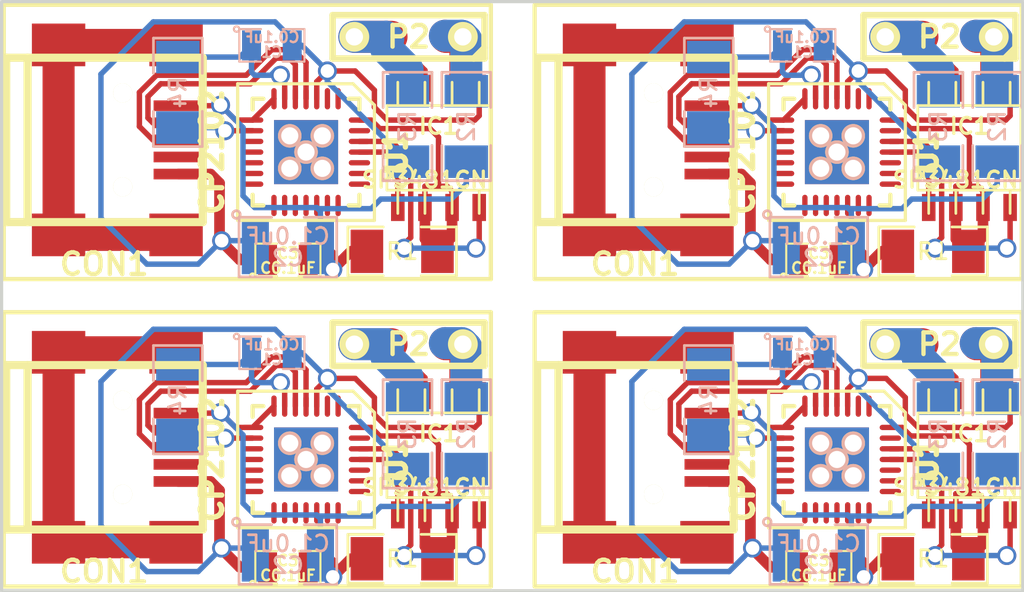
<source format=kicad_pcb>
(kicad_pcb (version 3) (host pcbnew "(2013-may-18)-stable")

  (general
    (links 156)
    (no_connects 40)
    (area -0.984044 -1.2839 48.109152 40.439001)
    (thickness 1.6)
    (drawings 24)
    (tracks 564)
    (zones 0)
    (modules 44)
    (nets 13)
  )

  (page A3)
  (layers
    (15 F.Cu signal)
    (0 B.Cu signal)
    (16 B.Adhes user)
    (17 F.Adhes user)
    (18 B.Paste user)
    (19 F.Paste user)
    (20 B.SilkS user)
    (21 F.SilkS user)
    (22 B.Mask user)
    (23 F.Mask user)
    (24 Dwgs.User user)
    (25 Cmts.User user)
    (26 Eco1.User user)
    (27 Eco2.User user)
    (28 Edge.Cuts user)
  )

  (setup
    (last_trace_width 0.254)
    (user_trace_width 0.5)
    (user_trace_width 1)
    (user_trace_width 1.5)
    (trace_clearance 0.054)
    (zone_clearance 0.508)
    (zone_45_only no)
    (trace_min 0.254)
    (segment_width 0.2)
    (edge_width 0.15)
    (via_size 0.889)
    (via_drill 0.635)
    (via_min_size 0.889)
    (via_min_drill 0.508)
    (uvia_size 0.508)
    (uvia_drill 0.127)
    (uvias_allowed no)
    (uvia_min_size 0.508)
    (uvia_min_drill 0.127)
    (pcb_text_width 0.3)
    (pcb_text_size 1 1)
    (mod_edge_width 0.15)
    (mod_text_size 1 1)
    (mod_text_width 0.15)
    (pad_size 1 1)
    (pad_drill 0.6)
    (pad_to_mask_clearance 0)
    (aux_axis_origin 0 0)
    (visible_elements FFFFFFBF)
    (pcbplotparams
      (layerselection 284196865)
      (usegerberextensions false)
      (excludeedgelayer true)
      (linewidth 0.150000)
      (plotframeref false)
      (viasonmask false)
      (mode 1)
      (useauxorigin false)
      (hpglpennumber 1)
      (hpglpenspeed 20)
      (hpglpendiameter 15)
      (hpglpenoverlay 2)
      (psnegative false)
      (psa4output false)
      (plotreference true)
      (plotvalue true)
      (plotothertext true)
      (plotinvisibletext false)
      (padsonsilk false)
      (subtractmaskfromsilk false)
      (outputformat 1)
      (mirror false)
      (drillshape 0)
      (scaleselection 1)
      (outputdirectory ""))
  )

  (net 0 "")
  (net 1 /D+)
  (net 2 /D-)
  (net 3 /RX)
  (net 4 /VBUS)
  (net 5 /VDD)
  (net 6 GND)
  (net 7 N-0000010)
  (net 8 N-000002)
  (net 9 N-0000030)
  (net 10 N-000004)
  (net 11 N-000005)
  (net 12 N-000008)

  (net_class Default "This is the default net class."
    (clearance 0.054)
    (trace_width 0.254)
    (via_dia 0.889)
    (via_drill 0.635)
    (uvia_dia 0.508)
    (uvia_drill 0.127)
    (add_net "")
    (add_net /D+)
    (add_net /D-)
    (add_net /RX)
    (add_net /VBUS)
    (add_net /VDD)
    (add_net GND)
    (add_net N-0000010)
    (add_net N-000002)
    (add_net N-0000030)
    (add_net N-000004)
    (add_net N-000005)
    (add_net N-000008)
  )

  (module SM1206 (layer B.Cu) (tedit 42806E24) (tstamp 54B134E2)
    (at 8.25 18.65 90)
    (path /53E27425)
    (attr smd)
    (fp_text reference R4 (at 0 0 90) (layer B.SilkS)
      (effects (font (size 0.762 0.762) (thickness 0.127)) (justify mirror))
    )
    (fp_text value K4.7 (at 0 0 90) (layer B.SilkS) hide
      (effects (font (size 0.762 0.762) (thickness 0.127)) (justify mirror))
    )
    (fp_line (start -2.54 1.143) (end -2.54 -1.143) (layer B.SilkS) (width 0.127))
    (fp_line (start -2.54 -1.143) (end -0.889 -1.143) (layer B.SilkS) (width 0.127))
    (fp_line (start 0.889 1.143) (end 2.54 1.143) (layer B.SilkS) (width 0.127))
    (fp_line (start 2.54 1.143) (end 2.54 -1.143) (layer B.SilkS) (width 0.127))
    (fp_line (start 2.54 -1.143) (end 0.889 -1.143) (layer B.SilkS) (width 0.127))
    (fp_line (start -0.889 1.143) (end -2.54 1.143) (layer B.SilkS) (width 0.127))
    (pad 1 smd rect (at -1.651 0 90) (size 1.524 2.032)
      (layers B.Cu B.Paste B.Mask)
      (net 7 N-0000010)
    )
    (pad 2 smd rect (at 1.651 0 90) (size 1.524 2.032)
      (layers B.Cu B.Paste B.Mask)
      (net 5 /VDD)
    )
    (model smd/chip_cms.wrl
      (at (xyz 0 0 0))
      (scale (xyz 0.17 0.16 0.16))
      (rotate (xyz 0 0 0))
    )
  )

  (module so-8 (layer F.Cu) (tedit 54B11F6C) (tstamp 54B134CA)
    (at 20.45 21.25)
    (descr SO-8)
    (path /54B0F9D8)
    (attr smd)
    (fp_text reference IC1 (at 0 -1.016) (layer F.SilkS)
      (effects (font (size 0.7493 0.7493) (thickness 0.14986)))
    )
    (fp_text value SP3481CN (at -0.65 1.5) (layer F.SilkS)
      (effects (font (size 0.7493 0.7493) (thickness 0.14986)))
    )
    (fp_line (start -2.413 -1.9812) (end -2.413 1.9812) (layer F.SilkS) (width 0.127))
    (fp_line (start -2.413 1.9812) (end 2.413 1.9812) (layer F.SilkS) (width 0.127))
    (fp_line (start 2.413 1.9812) (end 2.413 -1.9812) (layer F.SilkS) (width 0.127))
    (fp_line (start 2.413 -1.9812) (end -2.413 -1.9812) (layer F.SilkS) (width 0.127))
    (fp_line (start -1.905 -1.9812) (end -1.905 -3.0734) (layer F.SilkS) (width 0.127))
    (fp_line (start -0.635 -1.9812) (end -0.635 -3.0734) (layer F.SilkS) (width 0.127))
    (fp_line (start 0.635 -1.9812) (end 0.635 -3.0734) (layer F.SilkS) (width 0.127))
    (fp_line (start 1.905 -3.0734) (end 1.905 -1.9812) (layer F.SilkS) (width 0.127))
    (fp_line (start 1.905 1.9812) (end 1.905 3.0734) (layer F.SilkS) (width 0.127))
    (fp_line (start 0.635 3.0734) (end 0.635 1.9812) (layer F.SilkS) (width 0.127))
    (fp_line (start -0.635 3.0734) (end -0.635 1.9812) (layer F.SilkS) (width 0.127))
    (fp_line (start -1.905 3.0734) (end -1.905 1.9812) (layer F.SilkS) (width 0.127))
    (fp_circle (center -1.6764 1.2446) (end -1.9558 1.6256) (layer F.SilkS) (width 0.127))
    (pad 1 smd rect (at -1.905 2.794) (size 0.635 1.27)
      (layers F.Cu F.Paste F.Mask)
      (net 3 /RX)
    )
    (pad 2 smd rect (at -0.635 2.794) (size 0.635 1.27)
      (layers F.Cu F.Paste F.Mask)
      (net 8 N-000002)
    )
    (pad 3 smd rect (at 0.635 2.794) (size 0.635 1.27)
      (layers F.Cu F.Paste F.Mask)
      (net 8 N-000002)
    )
    (pad 4 smd rect (at 1.905 2.794) (size 0.635 1.27)
      (layers F.Cu F.Paste F.Mask)
      (net 12 N-000008)
    )
    (pad 5 smd rect (at 1.905 -2.794) (size 0.635 1.27)
      (layers F.Cu F.Paste F.Mask)
      (net 6 GND)
    )
    (pad 6 smd rect (at 0.635 -2.794) (size 0.635 1.27)
      (layers F.Cu F.Paste F.Mask)
      (net 10 N-000004)
    )
    (pad 7 smd rect (at -0.635 -2.794) (size 0.635 1.27)
      (layers F.Cu F.Paste F.Mask)
      (net 11 N-000005)
    )
    (pad 8 smd rect (at -1.905 -2.794) (size 0.635 1.27)
      (layers F.Cu F.Paste F.Mask)
    )
    (model smd/smd_dil/so-8.wrl
      (at (xyz 0 0 0))
      (scale (xyz 1 1 1))
      (rotate (xyz 0 0 0))
    )
  )

  (module C2 (layer F.Cu) (tedit 200000) (tstamp 54B134C0)
    (at 19.05 16.05 180)
    (descr "Condensateur = 2 pas")
    (tags C)
    (path /53E22948)
    (fp_text reference P2 (at 0 0 180) (layer F.SilkS)
      (effects (font (size 1.016 1.016) (thickness 0.2032)))
    )
    (fp_text value CONN_2 (at 0 0 180) (layer F.SilkS) hide
      (effects (font (size 1.016 1.016) (thickness 0.2032)))
    )
    (fp_line (start -3.556 -1.016) (end 3.556 -1.016) (layer F.SilkS) (width 0.3048))
    (fp_line (start 3.556 -1.016) (end 3.556 1.016) (layer F.SilkS) (width 0.3048))
    (fp_line (start 3.556 1.016) (end -3.556 1.016) (layer F.SilkS) (width 0.3048))
    (fp_line (start -3.556 1.016) (end -3.556 -1.016) (layer F.SilkS) (width 0.3048))
    (fp_line (start -3.556 -0.508) (end -3.048 -1.016) (layer F.SilkS) (width 0.3048))
    (pad 1 thru_hole circle (at -2.54 0 180) (size 1.397 1.397) (drill 0.8128)
      (layers *.Cu *.Mask F.SilkS)
      (net 10 N-000004)
    )
    (pad 2 thru_hole circle (at 2.54 0 180) (size 1.397 1.397) (drill 0.8128)
      (layers *.Cu *.Mask F.SilkS)
      (net 11 N-000005)
    )
    (model discret/capa_2pas_5x5mm.wrl
      (at (xyz 0 0 0))
      (scale (xyz 1 1 1))
      (rotate (xyz 0 0 0))
    )
  )

  (module QFN28 (layer F.Cu) (tedit 4843D034) (tstamp 54B1348E)
    (at 14.25 21.45 270)
    (path /5256F8C6)
    (fp_text reference U1 (at 0 -4.20116 270) (layer F.SilkS)
      (effects (font (size 1.00076 1.00076) (thickness 0.3048)))
    )
    (fp_text value CP2102 (at 0 4.39928 270) (layer F.SilkS)
      (effects (font (size 1.00076 1.00076) (thickness 0.3048)))
    )
    (fp_line (start -3.2004 3.2004) (end 3.2004 3.2004) (layer F.SilkS) (width 0.14986))
    (fp_line (start 3.2004 3.2004) (end 3.2004 -3.2004) (layer F.SilkS) (width 0.14986))
    (fp_line (start 3.2004 -3.2004) (end -2.19964 -3.2004) (layer F.SilkS) (width 0.14986))
    (fp_line (start -2.19964 -3.2004) (end -3.2004 -2.19964) (layer F.SilkS) (width 0.14986))
    (fp_line (start -3.2004 -2.19964) (end -3.2004 3.2004) (layer F.SilkS) (width 0.14986))
    (fp_line (start -1.99898 -2.49936) (end -2.49936 -2.49936) (layer F.SilkS) (width 0.20066))
    (fp_line (start -2.49936 -2.49936) (end -2.49936 -1.99898) (layer F.SilkS) (width 0.20066))
    (fp_line (start 2.49936 -1.99898) (end 2.49936 -2.49936) (layer F.SilkS) (width 0.20066))
    (fp_line (start 2.49936 -2.49936) (end 1.99898 -2.49936) (layer F.SilkS) (width 0.20066))
    (fp_line (start 1.99898 2.49936) (end 2.49936 2.49936) (layer F.SilkS) (width 0.20066))
    (fp_line (start 2.49936 2.49936) (end 2.49936 1.99898) (layer F.SilkS) (width 0.20066))
    (fp_line (start -2.49936 1.99898) (end -2.49936 2.49936) (layer F.SilkS) (width 0.20066))
    (fp_line (start -2.49936 2.49936) (end -1.99898 2.49936) (layer F.SilkS) (width 0.20066))
    (pad 1 smd oval (at -2.49936 -1.50114 270) (size 1.00076 0.24892)
      (layers F.Cu F.Paste F.Mask)
    )
    (pad 2 smd oval (at -2.49936 -1.00076 270) (size 1.00076 0.24892)
      (layers F.Cu F.Paste F.Mask)
    )
    (pad 3 smd oval (at -2.49936 -0.50038 270) (size 1.00076 0.24892)
      (layers F.Cu F.Paste F.Mask)
      (net 6 GND)
    )
    (pad 4 smd oval (at -2.49936 0 270) (size 1.00076 0.24892)
      (layers F.Cu F.Paste F.Mask)
      (net 1 /D+)
    )
    (pad 5 smd oval (at -2.49936 0.50038 270) (size 1.00076 0.24892)
      (layers F.Cu F.Paste F.Mask)
      (net 2 /D-)
    )
    (pad 6 smd oval (at -2.49936 1.00076 270) (size 1.00076 0.24892)
      (layers F.Cu F.Paste F.Mask)
      (net 5 /VDD)
    )
    (pad 7 smd oval (at -2.49936 1.50114 270) (size 1.00076 0.24892)
      (layers F.Cu F.Paste F.Mask)
      (net 4 /VBUS)
    )
    (pad 8 smd oval (at -1.50114 2.49936) (size 1.00076 0.24892)
      (layers F.Cu F.Paste F.Mask)
      (net 4 /VBUS)
    )
    (pad 9 smd oval (at -1.00076 2.49936) (size 1.00076 0.24892)
      (layers F.Cu F.Paste F.Mask)
      (net 7 N-0000010)
    )
    (pad 10 smd oval (at -0.50038 2.49936) (size 1.00076 0.24892)
      (layers F.Cu F.Paste F.Mask)
    )
    (pad 11 smd oval (at 0 2.49936) (size 1.00076 0.24892)
      (layers F.Cu F.Paste F.Mask)
    )
    (pad 12 smd oval (at 0.50038 2.49936) (size 1.00076 0.24892)
      (layers F.Cu F.Paste F.Mask)
    )
    (pad 13 smd oval (at 1.00076 2.49936) (size 1.00076 0.24892)
      (layers F.Cu F.Paste F.Mask)
    )
    (pad 14 smd oval (at 1.50114 2.49936) (size 1.00076 0.24892)
      (layers F.Cu F.Paste F.Mask)
    )
    (pad 15 smd oval (at 2.49936 1.50114 90) (size 1.00076 0.24892)
      (layers F.Cu F.Paste F.Mask)
    )
    (pad 16 smd oval (at 2.49936 1.00076 90) (size 1.00076 0.24892)
      (layers F.Cu F.Paste F.Mask)
    )
    (pad 17 smd oval (at 2.49936 0.50038 90) (size 1.00076 0.24892)
      (layers F.Cu F.Paste F.Mask)
    )
    (pad 18 smd oval (at 2.49936 0 90) (size 1.00076 0.24892)
      (layers F.Cu F.Paste F.Mask)
    )
    (pad 19 smd oval (at 2.49936 -0.50038 90) (size 1.00076 0.24892)
      (layers F.Cu F.Paste F.Mask)
    )
    (pad 20 smd oval (at 2.49936 -1.00076 90) (size 1.00076 0.24892)
      (layers F.Cu F.Paste F.Mask)
    )
    (pad 21 smd oval (at 2.49936 -1.50114 90) (size 1.00076 0.24892)
      (layers F.Cu F.Paste F.Mask)
    )
    (pad 22 smd oval (at 1.50114 -2.49936 180) (size 1.00076 0.24892)
      (layers F.Cu F.Paste F.Mask)
    )
    (pad 23 smd oval (at 1.00076 -2.49936 180) (size 1.00076 0.24892)
      (layers F.Cu F.Paste F.Mask)
    )
    (pad 24 smd oval (at 0.50038 -2.49936 180) (size 1.00076 0.24892)
      (layers F.Cu F.Paste F.Mask)
    )
    (pad 25 smd oval (at 0 -2.49936 180) (size 1.00076 0.24892)
      (layers F.Cu F.Paste F.Mask)
      (net 3 /RX)
    )
    (pad 26 smd oval (at -0.50038 -2.49936 180) (size 1.00076 0.24892)
      (layers F.Cu F.Paste F.Mask)
      (net 12 N-000008)
    )
    (pad 27 smd oval (at -1.00076 -2.49936 180) (size 1.00076 0.24892)
      (layers F.Cu F.Paste F.Mask)
    )
    (pad 28 smd oval (at -1.50114 -2.49936 180) (size 1.00076 0.24892)
      (layers F.Cu F.Paste F.Mask)
      (net 8 N-000002)
    )
    (pad "" smd rect (at 0 0 180) (size 2.99974 2.99974)
      (layers *.Cu F.Paste F.Mask)
    )
    (pad "" np_thru_hole circle (at 0.762 0.762 180) (size 1.09982 1.09982) (drill 0.8001)
      (layers *.Cu *.SilkS *.Mask)
    )
    (pad "" np_thru_hole circle (at 0 0 180) (size 1.09982 1.09982) (drill 0.8001)
      (layers *.Cu *.SilkS *.Mask)
    )
    (pad "" np_thru_hole circle (at -0.762 -0.762 180) (size 1.09982 1.09982) (drill 0.8001)
      (layers *.Cu *.SilkS *.Mask)
    )
    (pad "" np_thru_hole circle (at -0.762 0.762 180) (size 1.09982 1.09982) (drill 0.8001)
      (layers *.Cu *.SilkS *.Mask)
    )
    (pad "" np_thru_hole circle (at 0.762 -0.762 180) (size 1.09982 1.09982) (drill 0.8001)
      (layers *.Cu *.SilkS *.Mask)
    )
    (model smd/qfn28.wrl
      (at (xyz 0 0 0))
      (scale (xyz 1 1 1))
      (rotate (xyz 0 0 0))
    )
  )

  (module SM0805 (layer F.Cu) (tedit 5091495C) (tstamp 54B13482)
    (at 13.4 26.5)
    (path /52584CC4)
    (attr smd)
    (fp_text reference C3 (at 0 -0.3175) (layer F.SilkS)
      (effects (font (size 0.50038 0.50038) (thickness 0.10922)))
    )
    (fp_text value C0.1uF (at 0 0.381) (layer F.SilkS)
      (effects (font (size 0.50038 0.50038) (thickness 0.10922)))
    )
    (fp_circle (center -1.651 0.762) (end -1.651 0.635) (layer F.SilkS) (width 0.09906))
    (fp_line (start -0.508 0.762) (end -1.524 0.762) (layer F.SilkS) (width 0.09906))
    (fp_line (start -1.524 0.762) (end -1.524 -0.762) (layer F.SilkS) (width 0.09906))
    (fp_line (start -1.524 -0.762) (end -0.508 -0.762) (layer F.SilkS) (width 0.09906))
    (fp_line (start 0.508 -0.762) (end 1.524 -0.762) (layer F.SilkS) (width 0.09906))
    (fp_line (start 1.524 -0.762) (end 1.524 0.762) (layer F.SilkS) (width 0.09906))
    (fp_line (start 1.524 0.762) (end 0.508 0.762) (layer F.SilkS) (width 0.09906))
    (pad 1 smd rect (at -0.9525 0) (size 0.889 1.397)
      (layers F.Cu F.Paste F.Mask)
      (net 6 GND)
    )
    (pad 2 smd rect (at 0.9525 0) (size 0.889 1.397)
      (layers F.Cu F.Paste F.Mask)
      (net 4 /VBUS)
    )
    (model smd/chip_cms.wrl
      (at (xyz 0 0 0))
      (scale (xyz 0.1 0.1 0.1))
      (rotate (xyz 0 0 0))
    )
  )

  (module SM0805 (layer B.Cu) (tedit 5091495C) (tstamp 54B13476)
    (at 12.65 16.45)
    (path /5256F990)
    (attr smd)
    (fp_text reference C1 (at 0 0.3175) (layer B.SilkS)
      (effects (font (size 0.50038 0.50038) (thickness 0.10922)) (justify mirror))
    )
    (fp_text value C0.1uF (at 0 -0.381) (layer B.SilkS)
      (effects (font (size 0.50038 0.50038) (thickness 0.10922)) (justify mirror))
    )
    (fp_circle (center -1.651 -0.762) (end -1.651 -0.635) (layer B.SilkS) (width 0.09906))
    (fp_line (start -0.508 -0.762) (end -1.524 -0.762) (layer B.SilkS) (width 0.09906))
    (fp_line (start -1.524 -0.762) (end -1.524 0.762) (layer B.SilkS) (width 0.09906))
    (fp_line (start -1.524 0.762) (end -0.508 0.762) (layer B.SilkS) (width 0.09906))
    (fp_line (start 0.508 0.762) (end 1.524 0.762) (layer B.SilkS) (width 0.09906))
    (fp_line (start 1.524 0.762) (end 1.524 -0.762) (layer B.SilkS) (width 0.09906))
    (fp_line (start 1.524 -0.762) (end 0.508 -0.762) (layer B.SilkS) (width 0.09906))
    (pad 1 smd rect (at -0.9525 0) (size 0.889 1.397)
      (layers B.Cu B.Paste B.Mask)
      (net 5 /VDD)
    )
    (pad 2 smd rect (at 0.9525 0) (size 0.889 1.397)
      (layers B.Cu B.Paste B.Mask)
      (net 6 GND)
    )
    (model smd/chip_cms.wrl
      (at (xyz 0 0 0))
      (scale (xyz 0.1 0.1 0.1))
      (rotate (xyz 0 0 0))
    )
  )

  (module SM1206 (layer F.Cu) (tedit 42806E24) (tstamp 54B1346B)
    (at 18.75 26.1 180)
    (path /53E229CF)
    (attr smd)
    (fp_text reference R1 (at 0 0 180) (layer F.SilkS)
      (effects (font (size 0.762 0.762) (thickness 0.127)))
    )
    (fp_text value 10K (at 0 0 180) (layer F.SilkS) hide
      (effects (font (size 0.762 0.762) (thickness 0.127)))
    )
    (fp_line (start -2.54 -1.143) (end -2.54 1.143) (layer F.SilkS) (width 0.127))
    (fp_line (start -2.54 1.143) (end -0.889 1.143) (layer F.SilkS) (width 0.127))
    (fp_line (start 0.889 -1.143) (end 2.54 -1.143) (layer F.SilkS) (width 0.127))
    (fp_line (start 2.54 -1.143) (end 2.54 1.143) (layer F.SilkS) (width 0.127))
    (fp_line (start 2.54 1.143) (end 0.889 1.143) (layer F.SilkS) (width 0.127))
    (fp_line (start -0.889 -1.143) (end -2.54 -1.143) (layer F.SilkS) (width 0.127))
    (pad 1 smd rect (at -1.651 0 180) (size 1.524 2.032)
      (layers F.Cu F.Paste F.Mask)
      (net 8 N-000002)
    )
    (pad 2 smd rect (at 1.651 0 180) (size 1.524 2.032)
      (layers F.Cu F.Paste F.Mask)
      (net 4 /VBUS)
    )
    (model smd/chip_cms.wrl
      (at (xyz 0 0 0))
      (scale (xyz 0.17 0.16 0.16))
      (rotate (xyz 0 0 0))
    )
  )

  (module SM1206 (layer B.Cu) (tedit 42806E24) (tstamp 54B13460)
    (at 19 20.25 270)
    (path /53E229C9)
    (attr smd)
    (fp_text reference R3 (at 0 0 270) (layer B.SilkS)
      (effects (font (size 0.762 0.762) (thickness 0.127)) (justify mirror))
    )
    (fp_text value 560 (at 0 0 270) (layer B.SilkS) hide
      (effects (font (size 0.762 0.762) (thickness 0.127)) (justify mirror))
    )
    (fp_line (start -2.54 1.143) (end -2.54 -1.143) (layer B.SilkS) (width 0.127))
    (fp_line (start -2.54 -1.143) (end -0.889 -1.143) (layer B.SilkS) (width 0.127))
    (fp_line (start 0.889 1.143) (end 2.54 1.143) (layer B.SilkS) (width 0.127))
    (fp_line (start 2.54 1.143) (end 2.54 -1.143) (layer B.SilkS) (width 0.127))
    (fp_line (start 2.54 -1.143) (end 0.889 -1.143) (layer B.SilkS) (width 0.127))
    (fp_line (start -0.889 1.143) (end -2.54 1.143) (layer B.SilkS) (width 0.127))
    (pad 1 smd rect (at -1.651 0 270) (size 1.524 2.032)
      (layers B.Cu B.Paste B.Mask)
      (net 11 N-000005)
    )
    (pad 2 smd rect (at 1.651 0 270) (size 1.524 2.032)
      (layers B.Cu B.Paste B.Mask)
      (net 6 GND)
    )
    (model smd/chip_cms.wrl
      (at (xyz 0 0 0))
      (scale (xyz 0.17 0.16 0.16))
      (rotate (xyz 0 0 0))
    )
  )

  (module SM1206 (layer B.Cu) (tedit 42806E24) (tstamp 54B13455)
    (at 21.75 20.25 90)
    (path /53E229BC)
    (attr smd)
    (fp_text reference R2 (at 0 0 90) (layer B.SilkS)
      (effects (font (size 0.762 0.762) (thickness 0.127)) (justify mirror))
    )
    (fp_text value 560 (at 0 0 90) (layer B.SilkS) hide
      (effects (font (size 0.762 0.762) (thickness 0.127)) (justify mirror))
    )
    (fp_line (start -2.54 1.143) (end -2.54 -1.143) (layer B.SilkS) (width 0.127))
    (fp_line (start -2.54 -1.143) (end -0.889 -1.143) (layer B.SilkS) (width 0.127))
    (fp_line (start 0.889 1.143) (end 2.54 1.143) (layer B.SilkS) (width 0.127))
    (fp_line (start 2.54 1.143) (end 2.54 -1.143) (layer B.SilkS) (width 0.127))
    (fp_line (start 2.54 -1.143) (end 0.889 -1.143) (layer B.SilkS) (width 0.127))
    (fp_line (start -0.889 1.143) (end -2.54 1.143) (layer B.SilkS) (width 0.127))
    (pad 1 smd rect (at -1.651 0 90) (size 1.524 2.032)
      (layers B.Cu B.Paste B.Mask)
      (net 4 /VBUS)
    )
    (pad 2 smd rect (at 1.651 0 90) (size 1.524 2.032)
      (layers B.Cu B.Paste B.Mask)
      (net 10 N-000004)
    )
    (model smd/chip_cms.wrl
      (at (xyz 0 0 0))
      (scale (xyz 0.17 0.16 0.16))
      (rotate (xyz 0 0 0))
    )
  )

  (module SM1210 (layer B.Cu) (tedit 42806E94) (tstamp 54B13449)
    (at 13.4 25.9)
    (tags "CMS SM")
    (path /52584C01)
    (attr smd)
    (fp_text reference C2 (at 0 0.508) (layer B.SilkS)
      (effects (font (size 0.762 0.762) (thickness 0.127)) (justify mirror))
    )
    (fp_text value C1.0uF (at 0 -0.508) (layer B.SilkS)
      (effects (font (size 0.762 0.762) (thickness 0.127)) (justify mirror))
    )
    (fp_circle (center -2.413 -1.524) (end -2.286 -1.397) (layer B.SilkS) (width 0.127))
    (fp_line (start -0.762 1.397) (end -2.286 1.397) (layer B.SilkS) (width 0.127))
    (fp_line (start -2.286 1.397) (end -2.286 -1.397) (layer B.SilkS) (width 0.127))
    (fp_line (start -2.286 -1.397) (end -0.762 -1.397) (layer B.SilkS) (width 0.127))
    (fp_line (start 0.762 -1.397) (end 2.286 -1.397) (layer B.SilkS) (width 0.127))
    (fp_line (start 2.286 -1.397) (end 2.286 1.397) (layer B.SilkS) (width 0.127))
    (fp_line (start 2.286 1.397) (end 0.762 1.397) (layer B.SilkS) (width 0.127))
    (pad 1 smd rect (at -1.524 0) (size 1.27 2.54)
      (layers B.Cu B.Paste B.Mask)
      (net 6 GND)
    )
    (pad 2 smd rect (at 1.524 0) (size 1.27 2.54)
      (layers B.Cu B.Paste B.Mask)
      (net 4 /VBUS)
    )
    (model smd/chip_cms.wrl
      (at (xyz 0 0 0))
      (scale (xyz 0.17 0.2 0.17))
      (rotate (xyz 0 0 0))
    )
  )

  (module USB_MINI_B (layer F.Cu) (tedit 54B11F5D) (tstamp 54B13436)
    (at 4.816 20.879)
    (descr "USB Mini-B 5-pin SMD connector")
    (tags "USB, Mini-B, connector")
    (path /5256FA36)
    (fp_text reference CON1 (at -0.016 5.821) (layer F.SilkS)
      (effects (font (size 1.016 1.016) (thickness 0.2032)))
    )
    (fp_text value USB-MINI-B (at 0 -7.0993) (layer F.SilkS) hide
      (effects (font (size 1.016 1.016) (thickness 0.2032)))
    )
    (fp_line (start -3.59918 -3.85064) (end -3.59918 3.85064) (layer F.SilkS) (width 0.381))
    (fp_line (start -4.59994 -3.85064) (end -4.59994 3.85064) (layer F.SilkS) (width 0.381))
    (fp_line (start -4.59994 3.85064) (end 4.59994 3.85064) (layer F.SilkS) (width 0.381))
    (fp_line (start 4.59994 3.85064) (end 4.59994 -3.85064) (layer F.SilkS) (width 0.381))
    (fp_line (start 4.59994 -3.85064) (end -4.59994 -3.85064) (layer F.SilkS) (width 0.381))
    (pad 1 smd rect (at 3.44932 -1.6002) (size 2.30124 0.50038)
      (layers F.Cu F.Paste F.Mask)
      (net 4 /VBUS)
    )
    (pad 2 smd rect (at 3.44932 -0.8001) (size 2.30124 0.50038)
      (layers F.Cu F.Paste F.Mask)
      (net 2 /D-)
    )
    (pad 3 smd rect (at 3.44932 0) (size 2.30124 0.50038)
      (layers F.Cu F.Paste F.Mask)
      (net 1 /D+)
    )
    (pad 4 smd rect (at 3.44932 0.8001) (size 2.30124 0.50038)
      (layers F.Cu F.Paste F.Mask)
    )
    (pad 5 smd rect (at 3.44932 1.6002) (size 2.30124 0.50038)
      (layers F.Cu F.Paste F.Mask)
      (net 6 GND)
    )
    (pad 6 smd rect (at 3.35026 -4.45008) (size 2.49936 1.99898)
      (layers F.Cu F.Paste F.Mask)
      (net 9 N-0000030)
    )
    (pad 7 smd rect (at -2.14884 -4.45008) (size 2.49936 1.99898)
      (layers F.Cu F.Paste F.Mask)
      (net 9 N-0000030)
    )
    (pad 8 smd rect (at 3.35026 4.45008) (size 2.49936 1.99898)
      (layers F.Cu F.Paste F.Mask)
      (net 9 N-0000030)
    )
    (pad 9 smd rect (at -2.14884 4.45008) (size 2.49936 1.99898)
      (layers F.Cu F.Paste F.Mask)
      (net 9 N-0000030)
    )
    (pad "" np_thru_hole circle (at 0.8509 -2.19964) (size 0.89916 0.89916) (drill 0.89916)
      (layers *.Cu *.Mask F.SilkS)
    )
    (pad 2 np_thru_hole circle (at 0.8509 2.19964) (size 0.89916 0.89916) (drill 0.89916)
      (layers *.Cu *.Mask F.SilkS)
      (net 2 /D-)
    )
  )

  (module USB_MINI_B (layer F.Cu) (tedit 54B11F5D) (tstamp 54B13423)
    (at 29.666 20.879)
    (descr "USB Mini-B 5-pin SMD connector")
    (tags "USB, Mini-B, connector")
    (path /5256FA36)
    (fp_text reference CON1 (at -0.016 5.821) (layer F.SilkS)
      (effects (font (size 1.016 1.016) (thickness 0.2032)))
    )
    (fp_text value USB-MINI-B (at 0 -7.0993) (layer F.SilkS) hide
      (effects (font (size 1.016 1.016) (thickness 0.2032)))
    )
    (fp_line (start -3.59918 -3.85064) (end -3.59918 3.85064) (layer F.SilkS) (width 0.381))
    (fp_line (start -4.59994 -3.85064) (end -4.59994 3.85064) (layer F.SilkS) (width 0.381))
    (fp_line (start -4.59994 3.85064) (end 4.59994 3.85064) (layer F.SilkS) (width 0.381))
    (fp_line (start 4.59994 3.85064) (end 4.59994 -3.85064) (layer F.SilkS) (width 0.381))
    (fp_line (start 4.59994 -3.85064) (end -4.59994 -3.85064) (layer F.SilkS) (width 0.381))
    (pad 1 smd rect (at 3.44932 -1.6002) (size 2.30124 0.50038)
      (layers F.Cu F.Paste F.Mask)
      (net 4 /VBUS)
    )
    (pad 2 smd rect (at 3.44932 -0.8001) (size 2.30124 0.50038)
      (layers F.Cu F.Paste F.Mask)
      (net 2 /D-)
    )
    (pad 3 smd rect (at 3.44932 0) (size 2.30124 0.50038)
      (layers F.Cu F.Paste F.Mask)
      (net 1 /D+)
    )
    (pad 4 smd rect (at 3.44932 0.8001) (size 2.30124 0.50038)
      (layers F.Cu F.Paste F.Mask)
    )
    (pad 5 smd rect (at 3.44932 1.6002) (size 2.30124 0.50038)
      (layers F.Cu F.Paste F.Mask)
      (net 6 GND)
    )
    (pad 6 smd rect (at 3.35026 -4.45008) (size 2.49936 1.99898)
      (layers F.Cu F.Paste F.Mask)
      (net 9 N-0000030)
    )
    (pad 7 smd rect (at -2.14884 -4.45008) (size 2.49936 1.99898)
      (layers F.Cu F.Paste F.Mask)
      (net 9 N-0000030)
    )
    (pad 8 smd rect (at 3.35026 4.45008) (size 2.49936 1.99898)
      (layers F.Cu F.Paste F.Mask)
      (net 9 N-0000030)
    )
    (pad 9 smd rect (at -2.14884 4.45008) (size 2.49936 1.99898)
      (layers F.Cu F.Paste F.Mask)
      (net 9 N-0000030)
    )
    (pad "" np_thru_hole circle (at 0.8509 -2.19964) (size 0.89916 0.89916) (drill 0.89916)
      (layers *.Cu *.Mask F.SilkS)
    )
    (pad 2 np_thru_hole circle (at 0.8509 2.19964) (size 0.89916 0.89916) (drill 0.89916)
      (layers *.Cu *.Mask F.SilkS)
      (net 2 /D-)
    )
  )

  (module SM1210 (layer B.Cu) (tedit 42806E94) (tstamp 54B13417)
    (at 38.25 25.9)
    (tags "CMS SM")
    (path /52584C01)
    (attr smd)
    (fp_text reference C2 (at 0 0.508) (layer B.SilkS)
      (effects (font (size 0.762 0.762) (thickness 0.127)) (justify mirror))
    )
    (fp_text value C1.0uF (at 0 -0.508) (layer B.SilkS)
      (effects (font (size 0.762 0.762) (thickness 0.127)) (justify mirror))
    )
    (fp_circle (center -2.413 -1.524) (end -2.286 -1.397) (layer B.SilkS) (width 0.127))
    (fp_line (start -0.762 1.397) (end -2.286 1.397) (layer B.SilkS) (width 0.127))
    (fp_line (start -2.286 1.397) (end -2.286 -1.397) (layer B.SilkS) (width 0.127))
    (fp_line (start -2.286 -1.397) (end -0.762 -1.397) (layer B.SilkS) (width 0.127))
    (fp_line (start 0.762 -1.397) (end 2.286 -1.397) (layer B.SilkS) (width 0.127))
    (fp_line (start 2.286 -1.397) (end 2.286 1.397) (layer B.SilkS) (width 0.127))
    (fp_line (start 2.286 1.397) (end 0.762 1.397) (layer B.SilkS) (width 0.127))
    (pad 1 smd rect (at -1.524 0) (size 1.27 2.54)
      (layers B.Cu B.Paste B.Mask)
      (net 6 GND)
    )
    (pad 2 smd rect (at 1.524 0) (size 1.27 2.54)
      (layers B.Cu B.Paste B.Mask)
      (net 4 /VBUS)
    )
    (model smd/chip_cms.wrl
      (at (xyz 0 0 0))
      (scale (xyz 0.17 0.2 0.17))
      (rotate (xyz 0 0 0))
    )
  )

  (module SM1206 (layer B.Cu) (tedit 42806E24) (tstamp 54B1340C)
    (at 46.6 20.25 90)
    (path /53E229BC)
    (attr smd)
    (fp_text reference R2 (at 0 0 90) (layer B.SilkS)
      (effects (font (size 0.762 0.762) (thickness 0.127)) (justify mirror))
    )
    (fp_text value 560 (at 0 0 90) (layer B.SilkS) hide
      (effects (font (size 0.762 0.762) (thickness 0.127)) (justify mirror))
    )
    (fp_line (start -2.54 1.143) (end -2.54 -1.143) (layer B.SilkS) (width 0.127))
    (fp_line (start -2.54 -1.143) (end -0.889 -1.143) (layer B.SilkS) (width 0.127))
    (fp_line (start 0.889 1.143) (end 2.54 1.143) (layer B.SilkS) (width 0.127))
    (fp_line (start 2.54 1.143) (end 2.54 -1.143) (layer B.SilkS) (width 0.127))
    (fp_line (start 2.54 -1.143) (end 0.889 -1.143) (layer B.SilkS) (width 0.127))
    (fp_line (start -0.889 1.143) (end -2.54 1.143) (layer B.SilkS) (width 0.127))
    (pad 1 smd rect (at -1.651 0 90) (size 1.524 2.032)
      (layers B.Cu B.Paste B.Mask)
      (net 4 /VBUS)
    )
    (pad 2 smd rect (at 1.651 0 90) (size 1.524 2.032)
      (layers B.Cu B.Paste B.Mask)
      (net 10 N-000004)
    )
    (model smd/chip_cms.wrl
      (at (xyz 0 0 0))
      (scale (xyz 0.17 0.16 0.16))
      (rotate (xyz 0 0 0))
    )
  )

  (module SM1206 (layer B.Cu) (tedit 42806E24) (tstamp 54B13401)
    (at 43.85 20.25 270)
    (path /53E229C9)
    (attr smd)
    (fp_text reference R3 (at 0 0 270) (layer B.SilkS)
      (effects (font (size 0.762 0.762) (thickness 0.127)) (justify mirror))
    )
    (fp_text value 560 (at 0 0 270) (layer B.SilkS) hide
      (effects (font (size 0.762 0.762) (thickness 0.127)) (justify mirror))
    )
    (fp_line (start -2.54 1.143) (end -2.54 -1.143) (layer B.SilkS) (width 0.127))
    (fp_line (start -2.54 -1.143) (end -0.889 -1.143) (layer B.SilkS) (width 0.127))
    (fp_line (start 0.889 1.143) (end 2.54 1.143) (layer B.SilkS) (width 0.127))
    (fp_line (start 2.54 1.143) (end 2.54 -1.143) (layer B.SilkS) (width 0.127))
    (fp_line (start 2.54 -1.143) (end 0.889 -1.143) (layer B.SilkS) (width 0.127))
    (fp_line (start -0.889 1.143) (end -2.54 1.143) (layer B.SilkS) (width 0.127))
    (pad 1 smd rect (at -1.651 0 270) (size 1.524 2.032)
      (layers B.Cu B.Paste B.Mask)
      (net 11 N-000005)
    )
    (pad 2 smd rect (at 1.651 0 270) (size 1.524 2.032)
      (layers B.Cu B.Paste B.Mask)
      (net 6 GND)
    )
    (model smd/chip_cms.wrl
      (at (xyz 0 0 0))
      (scale (xyz 0.17 0.16 0.16))
      (rotate (xyz 0 0 0))
    )
  )

  (module SM1206 (layer F.Cu) (tedit 42806E24) (tstamp 54B133F6)
    (at 43.6 26.1 180)
    (path /53E229CF)
    (attr smd)
    (fp_text reference R1 (at 0 0 180) (layer F.SilkS)
      (effects (font (size 0.762 0.762) (thickness 0.127)))
    )
    (fp_text value 10K (at 0 0 180) (layer F.SilkS) hide
      (effects (font (size 0.762 0.762) (thickness 0.127)))
    )
    (fp_line (start -2.54 -1.143) (end -2.54 1.143) (layer F.SilkS) (width 0.127))
    (fp_line (start -2.54 1.143) (end -0.889 1.143) (layer F.SilkS) (width 0.127))
    (fp_line (start 0.889 -1.143) (end 2.54 -1.143) (layer F.SilkS) (width 0.127))
    (fp_line (start 2.54 -1.143) (end 2.54 1.143) (layer F.SilkS) (width 0.127))
    (fp_line (start 2.54 1.143) (end 0.889 1.143) (layer F.SilkS) (width 0.127))
    (fp_line (start -0.889 -1.143) (end -2.54 -1.143) (layer F.SilkS) (width 0.127))
    (pad 1 smd rect (at -1.651 0 180) (size 1.524 2.032)
      (layers F.Cu F.Paste F.Mask)
      (net 8 N-000002)
    )
    (pad 2 smd rect (at 1.651 0 180) (size 1.524 2.032)
      (layers F.Cu F.Paste F.Mask)
      (net 4 /VBUS)
    )
    (model smd/chip_cms.wrl
      (at (xyz 0 0 0))
      (scale (xyz 0.17 0.16 0.16))
      (rotate (xyz 0 0 0))
    )
  )

  (module SM0805 (layer B.Cu) (tedit 5091495C) (tstamp 54B133EA)
    (at 37.5 16.45)
    (path /5256F990)
    (attr smd)
    (fp_text reference C1 (at 0 0.3175) (layer B.SilkS)
      (effects (font (size 0.50038 0.50038) (thickness 0.10922)) (justify mirror))
    )
    (fp_text value C0.1uF (at 0 -0.381) (layer B.SilkS)
      (effects (font (size 0.50038 0.50038) (thickness 0.10922)) (justify mirror))
    )
    (fp_circle (center -1.651 -0.762) (end -1.651 -0.635) (layer B.SilkS) (width 0.09906))
    (fp_line (start -0.508 -0.762) (end -1.524 -0.762) (layer B.SilkS) (width 0.09906))
    (fp_line (start -1.524 -0.762) (end -1.524 0.762) (layer B.SilkS) (width 0.09906))
    (fp_line (start -1.524 0.762) (end -0.508 0.762) (layer B.SilkS) (width 0.09906))
    (fp_line (start 0.508 0.762) (end 1.524 0.762) (layer B.SilkS) (width 0.09906))
    (fp_line (start 1.524 0.762) (end 1.524 -0.762) (layer B.SilkS) (width 0.09906))
    (fp_line (start 1.524 -0.762) (end 0.508 -0.762) (layer B.SilkS) (width 0.09906))
    (pad 1 smd rect (at -0.9525 0) (size 0.889 1.397)
      (layers B.Cu B.Paste B.Mask)
      (net 5 /VDD)
    )
    (pad 2 smd rect (at 0.9525 0) (size 0.889 1.397)
      (layers B.Cu B.Paste B.Mask)
      (net 6 GND)
    )
    (model smd/chip_cms.wrl
      (at (xyz 0 0 0))
      (scale (xyz 0.1 0.1 0.1))
      (rotate (xyz 0 0 0))
    )
  )

  (module SM0805 (layer F.Cu) (tedit 5091495C) (tstamp 54B133DE)
    (at 38.25 26.5)
    (path /52584CC4)
    (attr smd)
    (fp_text reference C3 (at 0 -0.3175) (layer F.SilkS)
      (effects (font (size 0.50038 0.50038) (thickness 0.10922)))
    )
    (fp_text value C0.1uF (at 0 0.381) (layer F.SilkS)
      (effects (font (size 0.50038 0.50038) (thickness 0.10922)))
    )
    (fp_circle (center -1.651 0.762) (end -1.651 0.635) (layer F.SilkS) (width 0.09906))
    (fp_line (start -0.508 0.762) (end -1.524 0.762) (layer F.SilkS) (width 0.09906))
    (fp_line (start -1.524 0.762) (end -1.524 -0.762) (layer F.SilkS) (width 0.09906))
    (fp_line (start -1.524 -0.762) (end -0.508 -0.762) (layer F.SilkS) (width 0.09906))
    (fp_line (start 0.508 -0.762) (end 1.524 -0.762) (layer F.SilkS) (width 0.09906))
    (fp_line (start 1.524 -0.762) (end 1.524 0.762) (layer F.SilkS) (width 0.09906))
    (fp_line (start 1.524 0.762) (end 0.508 0.762) (layer F.SilkS) (width 0.09906))
    (pad 1 smd rect (at -0.9525 0) (size 0.889 1.397)
      (layers F.Cu F.Paste F.Mask)
      (net 6 GND)
    )
    (pad 2 smd rect (at 0.9525 0) (size 0.889 1.397)
      (layers F.Cu F.Paste F.Mask)
      (net 4 /VBUS)
    )
    (model smd/chip_cms.wrl
      (at (xyz 0 0 0))
      (scale (xyz 0.1 0.1 0.1))
      (rotate (xyz 0 0 0))
    )
  )

  (module QFN28 (layer F.Cu) (tedit 4843D034) (tstamp 54B133AC)
    (at 39.1 21.45 270)
    (path /5256F8C6)
    (fp_text reference U1 (at 0 -4.20116 270) (layer F.SilkS)
      (effects (font (size 1.00076 1.00076) (thickness 0.3048)))
    )
    (fp_text value CP2102 (at 0 4.39928 270) (layer F.SilkS)
      (effects (font (size 1.00076 1.00076) (thickness 0.3048)))
    )
    (fp_line (start -3.2004 3.2004) (end 3.2004 3.2004) (layer F.SilkS) (width 0.14986))
    (fp_line (start 3.2004 3.2004) (end 3.2004 -3.2004) (layer F.SilkS) (width 0.14986))
    (fp_line (start 3.2004 -3.2004) (end -2.19964 -3.2004) (layer F.SilkS) (width 0.14986))
    (fp_line (start -2.19964 -3.2004) (end -3.2004 -2.19964) (layer F.SilkS) (width 0.14986))
    (fp_line (start -3.2004 -2.19964) (end -3.2004 3.2004) (layer F.SilkS) (width 0.14986))
    (fp_line (start -1.99898 -2.49936) (end -2.49936 -2.49936) (layer F.SilkS) (width 0.20066))
    (fp_line (start -2.49936 -2.49936) (end -2.49936 -1.99898) (layer F.SilkS) (width 0.20066))
    (fp_line (start 2.49936 -1.99898) (end 2.49936 -2.49936) (layer F.SilkS) (width 0.20066))
    (fp_line (start 2.49936 -2.49936) (end 1.99898 -2.49936) (layer F.SilkS) (width 0.20066))
    (fp_line (start 1.99898 2.49936) (end 2.49936 2.49936) (layer F.SilkS) (width 0.20066))
    (fp_line (start 2.49936 2.49936) (end 2.49936 1.99898) (layer F.SilkS) (width 0.20066))
    (fp_line (start -2.49936 1.99898) (end -2.49936 2.49936) (layer F.SilkS) (width 0.20066))
    (fp_line (start -2.49936 2.49936) (end -1.99898 2.49936) (layer F.SilkS) (width 0.20066))
    (pad 1 smd oval (at -2.49936 -1.50114 270) (size 1.00076 0.24892)
      (layers F.Cu F.Paste F.Mask)
    )
    (pad 2 smd oval (at -2.49936 -1.00076 270) (size 1.00076 0.24892)
      (layers F.Cu F.Paste F.Mask)
    )
    (pad 3 smd oval (at -2.49936 -0.50038 270) (size 1.00076 0.24892)
      (layers F.Cu F.Paste F.Mask)
      (net 6 GND)
    )
    (pad 4 smd oval (at -2.49936 0 270) (size 1.00076 0.24892)
      (layers F.Cu F.Paste F.Mask)
      (net 1 /D+)
    )
    (pad 5 smd oval (at -2.49936 0.50038 270) (size 1.00076 0.24892)
      (layers F.Cu F.Paste F.Mask)
      (net 2 /D-)
    )
    (pad 6 smd oval (at -2.49936 1.00076 270) (size 1.00076 0.24892)
      (layers F.Cu F.Paste F.Mask)
      (net 5 /VDD)
    )
    (pad 7 smd oval (at -2.49936 1.50114 270) (size 1.00076 0.24892)
      (layers F.Cu F.Paste F.Mask)
      (net 4 /VBUS)
    )
    (pad 8 smd oval (at -1.50114 2.49936) (size 1.00076 0.24892)
      (layers F.Cu F.Paste F.Mask)
      (net 4 /VBUS)
    )
    (pad 9 smd oval (at -1.00076 2.49936) (size 1.00076 0.24892)
      (layers F.Cu F.Paste F.Mask)
      (net 7 N-0000010)
    )
    (pad 10 smd oval (at -0.50038 2.49936) (size 1.00076 0.24892)
      (layers F.Cu F.Paste F.Mask)
    )
    (pad 11 smd oval (at 0 2.49936) (size 1.00076 0.24892)
      (layers F.Cu F.Paste F.Mask)
    )
    (pad 12 smd oval (at 0.50038 2.49936) (size 1.00076 0.24892)
      (layers F.Cu F.Paste F.Mask)
    )
    (pad 13 smd oval (at 1.00076 2.49936) (size 1.00076 0.24892)
      (layers F.Cu F.Paste F.Mask)
    )
    (pad 14 smd oval (at 1.50114 2.49936) (size 1.00076 0.24892)
      (layers F.Cu F.Paste F.Mask)
    )
    (pad 15 smd oval (at 2.49936 1.50114 90) (size 1.00076 0.24892)
      (layers F.Cu F.Paste F.Mask)
    )
    (pad 16 smd oval (at 2.49936 1.00076 90) (size 1.00076 0.24892)
      (layers F.Cu F.Paste F.Mask)
    )
    (pad 17 smd oval (at 2.49936 0.50038 90) (size 1.00076 0.24892)
      (layers F.Cu F.Paste F.Mask)
    )
    (pad 18 smd oval (at 2.49936 0 90) (size 1.00076 0.24892)
      (layers F.Cu F.Paste F.Mask)
    )
    (pad 19 smd oval (at 2.49936 -0.50038 90) (size 1.00076 0.24892)
      (layers F.Cu F.Paste F.Mask)
    )
    (pad 20 smd oval (at 2.49936 -1.00076 90) (size 1.00076 0.24892)
      (layers F.Cu F.Paste F.Mask)
    )
    (pad 21 smd oval (at 2.49936 -1.50114 90) (size 1.00076 0.24892)
      (layers F.Cu F.Paste F.Mask)
    )
    (pad 22 smd oval (at 1.50114 -2.49936 180) (size 1.00076 0.24892)
      (layers F.Cu F.Paste F.Mask)
    )
    (pad 23 smd oval (at 1.00076 -2.49936 180) (size 1.00076 0.24892)
      (layers F.Cu F.Paste F.Mask)
    )
    (pad 24 smd oval (at 0.50038 -2.49936 180) (size 1.00076 0.24892)
      (layers F.Cu F.Paste F.Mask)
    )
    (pad 25 smd oval (at 0 -2.49936 180) (size 1.00076 0.24892)
      (layers F.Cu F.Paste F.Mask)
      (net 3 /RX)
    )
    (pad 26 smd oval (at -0.50038 -2.49936 180) (size 1.00076 0.24892)
      (layers F.Cu F.Paste F.Mask)
      (net 12 N-000008)
    )
    (pad 27 smd oval (at -1.00076 -2.49936 180) (size 1.00076 0.24892)
      (layers F.Cu F.Paste F.Mask)
    )
    (pad 28 smd oval (at -1.50114 -2.49936 180) (size 1.00076 0.24892)
      (layers F.Cu F.Paste F.Mask)
      (net 8 N-000002)
    )
    (pad "" smd rect (at 0 0 180) (size 2.99974 2.99974)
      (layers *.Cu F.Paste F.Mask)
    )
    (pad "" np_thru_hole circle (at 0.762 0.762 180) (size 1.09982 1.09982) (drill 0.8001)
      (layers *.Cu *.SilkS *.Mask)
    )
    (pad "" np_thru_hole circle (at 0 0 180) (size 1.09982 1.09982) (drill 0.8001)
      (layers *.Cu *.SilkS *.Mask)
    )
    (pad "" np_thru_hole circle (at -0.762 -0.762 180) (size 1.09982 1.09982) (drill 0.8001)
      (layers *.Cu *.SilkS *.Mask)
    )
    (pad "" np_thru_hole circle (at -0.762 0.762 180) (size 1.09982 1.09982) (drill 0.8001)
      (layers *.Cu *.SilkS *.Mask)
    )
    (pad "" np_thru_hole circle (at 0.762 -0.762 180) (size 1.09982 1.09982) (drill 0.8001)
      (layers *.Cu *.SilkS *.Mask)
    )
    (model smd/qfn28.wrl
      (at (xyz 0 0 0))
      (scale (xyz 1 1 1))
      (rotate (xyz 0 0 0))
    )
  )

  (module C2 (layer F.Cu) (tedit 200000) (tstamp 54B133A2)
    (at 43.9 16.05 180)
    (descr "Condensateur = 2 pas")
    (tags C)
    (path /53E22948)
    (fp_text reference P2 (at 0 0 180) (layer F.SilkS)
      (effects (font (size 1.016 1.016) (thickness 0.2032)))
    )
    (fp_text value CONN_2 (at 0 0 180) (layer F.SilkS) hide
      (effects (font (size 1.016 1.016) (thickness 0.2032)))
    )
    (fp_line (start -3.556 -1.016) (end 3.556 -1.016) (layer F.SilkS) (width 0.3048))
    (fp_line (start 3.556 -1.016) (end 3.556 1.016) (layer F.SilkS) (width 0.3048))
    (fp_line (start 3.556 1.016) (end -3.556 1.016) (layer F.SilkS) (width 0.3048))
    (fp_line (start -3.556 1.016) (end -3.556 -1.016) (layer F.SilkS) (width 0.3048))
    (fp_line (start -3.556 -0.508) (end -3.048 -1.016) (layer F.SilkS) (width 0.3048))
    (pad 1 thru_hole circle (at -2.54 0 180) (size 1.397 1.397) (drill 0.8128)
      (layers *.Cu *.Mask F.SilkS)
      (net 10 N-000004)
    )
    (pad 2 thru_hole circle (at 2.54 0 180) (size 1.397 1.397) (drill 0.8128)
      (layers *.Cu *.Mask F.SilkS)
      (net 11 N-000005)
    )
    (model discret/capa_2pas_5x5mm.wrl
      (at (xyz 0 0 0))
      (scale (xyz 1 1 1))
      (rotate (xyz 0 0 0))
    )
  )

  (module so-8 (layer F.Cu) (tedit 54B11F6C) (tstamp 54B1338A)
    (at 45.3 21.25)
    (descr SO-8)
    (path /54B0F9D8)
    (attr smd)
    (fp_text reference IC1 (at 0 -1.016) (layer F.SilkS)
      (effects (font (size 0.7493 0.7493) (thickness 0.14986)))
    )
    (fp_text value SP3481CN (at -0.65 1.5) (layer F.SilkS)
      (effects (font (size 0.7493 0.7493) (thickness 0.14986)))
    )
    (fp_line (start -2.413 -1.9812) (end -2.413 1.9812) (layer F.SilkS) (width 0.127))
    (fp_line (start -2.413 1.9812) (end 2.413 1.9812) (layer F.SilkS) (width 0.127))
    (fp_line (start 2.413 1.9812) (end 2.413 -1.9812) (layer F.SilkS) (width 0.127))
    (fp_line (start 2.413 -1.9812) (end -2.413 -1.9812) (layer F.SilkS) (width 0.127))
    (fp_line (start -1.905 -1.9812) (end -1.905 -3.0734) (layer F.SilkS) (width 0.127))
    (fp_line (start -0.635 -1.9812) (end -0.635 -3.0734) (layer F.SilkS) (width 0.127))
    (fp_line (start 0.635 -1.9812) (end 0.635 -3.0734) (layer F.SilkS) (width 0.127))
    (fp_line (start 1.905 -3.0734) (end 1.905 -1.9812) (layer F.SilkS) (width 0.127))
    (fp_line (start 1.905 1.9812) (end 1.905 3.0734) (layer F.SilkS) (width 0.127))
    (fp_line (start 0.635 3.0734) (end 0.635 1.9812) (layer F.SilkS) (width 0.127))
    (fp_line (start -0.635 3.0734) (end -0.635 1.9812) (layer F.SilkS) (width 0.127))
    (fp_line (start -1.905 3.0734) (end -1.905 1.9812) (layer F.SilkS) (width 0.127))
    (fp_circle (center -1.6764 1.2446) (end -1.9558 1.6256) (layer F.SilkS) (width 0.127))
    (pad 1 smd rect (at -1.905 2.794) (size 0.635 1.27)
      (layers F.Cu F.Paste F.Mask)
      (net 3 /RX)
    )
    (pad 2 smd rect (at -0.635 2.794) (size 0.635 1.27)
      (layers F.Cu F.Paste F.Mask)
      (net 8 N-000002)
    )
    (pad 3 smd rect (at 0.635 2.794) (size 0.635 1.27)
      (layers F.Cu F.Paste F.Mask)
      (net 8 N-000002)
    )
    (pad 4 smd rect (at 1.905 2.794) (size 0.635 1.27)
      (layers F.Cu F.Paste F.Mask)
      (net 12 N-000008)
    )
    (pad 5 smd rect (at 1.905 -2.794) (size 0.635 1.27)
      (layers F.Cu F.Paste F.Mask)
      (net 6 GND)
    )
    (pad 6 smd rect (at 0.635 -2.794) (size 0.635 1.27)
      (layers F.Cu F.Paste F.Mask)
      (net 10 N-000004)
    )
    (pad 7 smd rect (at -0.635 -2.794) (size 0.635 1.27)
      (layers F.Cu F.Paste F.Mask)
      (net 11 N-000005)
    )
    (pad 8 smd rect (at -1.905 -2.794) (size 0.635 1.27)
      (layers F.Cu F.Paste F.Mask)
    )
    (model smd/smd_dil/so-8.wrl
      (at (xyz 0 0 0))
      (scale (xyz 1 1 1))
      (rotate (xyz 0 0 0))
    )
  )

  (module SM1206 (layer B.Cu) (tedit 42806E24) (tstamp 54B1337F)
    (at 33.1 18.65 90)
    (path /53E27425)
    (attr smd)
    (fp_text reference R4 (at 0 0 90) (layer B.SilkS)
      (effects (font (size 0.762 0.762) (thickness 0.127)) (justify mirror))
    )
    (fp_text value K4.7 (at 0 0 90) (layer B.SilkS) hide
      (effects (font (size 0.762 0.762) (thickness 0.127)) (justify mirror))
    )
    (fp_line (start -2.54 1.143) (end -2.54 -1.143) (layer B.SilkS) (width 0.127))
    (fp_line (start -2.54 -1.143) (end -0.889 -1.143) (layer B.SilkS) (width 0.127))
    (fp_line (start 0.889 1.143) (end 2.54 1.143) (layer B.SilkS) (width 0.127))
    (fp_line (start 2.54 1.143) (end 2.54 -1.143) (layer B.SilkS) (width 0.127))
    (fp_line (start 2.54 -1.143) (end 0.889 -1.143) (layer B.SilkS) (width 0.127))
    (fp_line (start -0.889 1.143) (end -2.54 1.143) (layer B.SilkS) (width 0.127))
    (pad 1 smd rect (at -1.651 0 90) (size 1.524 2.032)
      (layers B.Cu B.Paste B.Mask)
      (net 7 N-0000010)
    )
    (pad 2 smd rect (at 1.651 0 90) (size 1.524 2.032)
      (layers B.Cu B.Paste B.Mask)
      (net 5 /VDD)
    )
    (model smd/chip_cms.wrl
      (at (xyz 0 0 0))
      (scale (xyz 0.17 0.16 0.16))
      (rotate (xyz 0 0 0))
    )
  )

  (module SM1206 (layer B.Cu) (tedit 42806E24) (tstamp 54B1280A)
    (at 33.1 4.25 90)
    (path /53E27425)
    (attr smd)
    (fp_text reference R4 (at 0 0 90) (layer B.SilkS)
      (effects (font (size 0.762 0.762) (thickness 0.127)) (justify mirror))
    )
    (fp_text value K4.7 (at 0 0 90) (layer B.SilkS) hide
      (effects (font (size 0.762 0.762) (thickness 0.127)) (justify mirror))
    )
    (fp_line (start -2.54 1.143) (end -2.54 -1.143) (layer B.SilkS) (width 0.127))
    (fp_line (start -2.54 -1.143) (end -0.889 -1.143) (layer B.SilkS) (width 0.127))
    (fp_line (start 0.889 1.143) (end 2.54 1.143) (layer B.SilkS) (width 0.127))
    (fp_line (start 2.54 1.143) (end 2.54 -1.143) (layer B.SilkS) (width 0.127))
    (fp_line (start 2.54 -1.143) (end 0.889 -1.143) (layer B.SilkS) (width 0.127))
    (fp_line (start -0.889 1.143) (end -2.54 1.143) (layer B.SilkS) (width 0.127))
    (pad 1 smd rect (at -1.651 0 90) (size 1.524 2.032)
      (layers B.Cu B.Paste B.Mask)
      (net 7 N-0000010)
    )
    (pad 2 smd rect (at 1.651 0 90) (size 1.524 2.032)
      (layers B.Cu B.Paste B.Mask)
      (net 5 /VDD)
    )
    (model smd/chip_cms.wrl
      (at (xyz 0 0 0))
      (scale (xyz 0.17 0.16 0.16))
      (rotate (xyz 0 0 0))
    )
  )

  (module so-8 (layer F.Cu) (tedit 54B11F6C) (tstamp 54B127F2)
    (at 45.3 6.85)
    (descr SO-8)
    (path /54B0F9D8)
    (attr smd)
    (fp_text reference IC1 (at 0 -1.016) (layer F.SilkS)
      (effects (font (size 0.7493 0.7493) (thickness 0.14986)))
    )
    (fp_text value SP3481CN (at -0.65 1.5) (layer F.SilkS)
      (effects (font (size 0.7493 0.7493) (thickness 0.14986)))
    )
    (fp_line (start -2.413 -1.9812) (end -2.413 1.9812) (layer F.SilkS) (width 0.127))
    (fp_line (start -2.413 1.9812) (end 2.413 1.9812) (layer F.SilkS) (width 0.127))
    (fp_line (start 2.413 1.9812) (end 2.413 -1.9812) (layer F.SilkS) (width 0.127))
    (fp_line (start 2.413 -1.9812) (end -2.413 -1.9812) (layer F.SilkS) (width 0.127))
    (fp_line (start -1.905 -1.9812) (end -1.905 -3.0734) (layer F.SilkS) (width 0.127))
    (fp_line (start -0.635 -1.9812) (end -0.635 -3.0734) (layer F.SilkS) (width 0.127))
    (fp_line (start 0.635 -1.9812) (end 0.635 -3.0734) (layer F.SilkS) (width 0.127))
    (fp_line (start 1.905 -3.0734) (end 1.905 -1.9812) (layer F.SilkS) (width 0.127))
    (fp_line (start 1.905 1.9812) (end 1.905 3.0734) (layer F.SilkS) (width 0.127))
    (fp_line (start 0.635 3.0734) (end 0.635 1.9812) (layer F.SilkS) (width 0.127))
    (fp_line (start -0.635 3.0734) (end -0.635 1.9812) (layer F.SilkS) (width 0.127))
    (fp_line (start -1.905 3.0734) (end -1.905 1.9812) (layer F.SilkS) (width 0.127))
    (fp_circle (center -1.6764 1.2446) (end -1.9558 1.6256) (layer F.SilkS) (width 0.127))
    (pad 1 smd rect (at -1.905 2.794) (size 0.635 1.27)
      (layers F.Cu F.Paste F.Mask)
      (net 3 /RX)
    )
    (pad 2 smd rect (at -0.635 2.794) (size 0.635 1.27)
      (layers F.Cu F.Paste F.Mask)
      (net 8 N-000002)
    )
    (pad 3 smd rect (at 0.635 2.794) (size 0.635 1.27)
      (layers F.Cu F.Paste F.Mask)
      (net 8 N-000002)
    )
    (pad 4 smd rect (at 1.905 2.794) (size 0.635 1.27)
      (layers F.Cu F.Paste F.Mask)
      (net 12 N-000008)
    )
    (pad 5 smd rect (at 1.905 -2.794) (size 0.635 1.27)
      (layers F.Cu F.Paste F.Mask)
      (net 6 GND)
    )
    (pad 6 smd rect (at 0.635 -2.794) (size 0.635 1.27)
      (layers F.Cu F.Paste F.Mask)
      (net 10 N-000004)
    )
    (pad 7 smd rect (at -0.635 -2.794) (size 0.635 1.27)
      (layers F.Cu F.Paste F.Mask)
      (net 11 N-000005)
    )
    (pad 8 smd rect (at -1.905 -2.794) (size 0.635 1.27)
      (layers F.Cu F.Paste F.Mask)
    )
    (model smd/smd_dil/so-8.wrl
      (at (xyz 0 0 0))
      (scale (xyz 1 1 1))
      (rotate (xyz 0 0 0))
    )
  )

  (module C2 (layer F.Cu) (tedit 200000) (tstamp 54B127E8)
    (at 43.9 1.65 180)
    (descr "Condensateur = 2 pas")
    (tags C)
    (path /53E22948)
    (fp_text reference P2 (at 0 0 180) (layer F.SilkS)
      (effects (font (size 1.016 1.016) (thickness 0.2032)))
    )
    (fp_text value CONN_2 (at 0 0 180) (layer F.SilkS) hide
      (effects (font (size 1.016 1.016) (thickness 0.2032)))
    )
    (fp_line (start -3.556 -1.016) (end 3.556 -1.016) (layer F.SilkS) (width 0.3048))
    (fp_line (start 3.556 -1.016) (end 3.556 1.016) (layer F.SilkS) (width 0.3048))
    (fp_line (start 3.556 1.016) (end -3.556 1.016) (layer F.SilkS) (width 0.3048))
    (fp_line (start -3.556 1.016) (end -3.556 -1.016) (layer F.SilkS) (width 0.3048))
    (fp_line (start -3.556 -0.508) (end -3.048 -1.016) (layer F.SilkS) (width 0.3048))
    (pad 1 thru_hole circle (at -2.54 0 180) (size 1.397 1.397) (drill 0.8128)
      (layers *.Cu *.Mask F.SilkS)
      (net 10 N-000004)
    )
    (pad 2 thru_hole circle (at 2.54 0 180) (size 1.397 1.397) (drill 0.8128)
      (layers *.Cu *.Mask F.SilkS)
      (net 11 N-000005)
    )
    (model discret/capa_2pas_5x5mm.wrl
      (at (xyz 0 0 0))
      (scale (xyz 1 1 1))
      (rotate (xyz 0 0 0))
    )
  )

  (module QFN28 (layer F.Cu) (tedit 4843D034) (tstamp 54B127B6)
    (at 39.1 7.05 270)
    (path /5256F8C6)
    (fp_text reference U1 (at 0 -4.20116 270) (layer F.SilkS)
      (effects (font (size 1.00076 1.00076) (thickness 0.3048)))
    )
    (fp_text value CP2102 (at 0 4.39928 270) (layer F.SilkS)
      (effects (font (size 1.00076 1.00076) (thickness 0.3048)))
    )
    (fp_line (start -3.2004 3.2004) (end 3.2004 3.2004) (layer F.SilkS) (width 0.14986))
    (fp_line (start 3.2004 3.2004) (end 3.2004 -3.2004) (layer F.SilkS) (width 0.14986))
    (fp_line (start 3.2004 -3.2004) (end -2.19964 -3.2004) (layer F.SilkS) (width 0.14986))
    (fp_line (start -2.19964 -3.2004) (end -3.2004 -2.19964) (layer F.SilkS) (width 0.14986))
    (fp_line (start -3.2004 -2.19964) (end -3.2004 3.2004) (layer F.SilkS) (width 0.14986))
    (fp_line (start -1.99898 -2.49936) (end -2.49936 -2.49936) (layer F.SilkS) (width 0.20066))
    (fp_line (start -2.49936 -2.49936) (end -2.49936 -1.99898) (layer F.SilkS) (width 0.20066))
    (fp_line (start 2.49936 -1.99898) (end 2.49936 -2.49936) (layer F.SilkS) (width 0.20066))
    (fp_line (start 2.49936 -2.49936) (end 1.99898 -2.49936) (layer F.SilkS) (width 0.20066))
    (fp_line (start 1.99898 2.49936) (end 2.49936 2.49936) (layer F.SilkS) (width 0.20066))
    (fp_line (start 2.49936 2.49936) (end 2.49936 1.99898) (layer F.SilkS) (width 0.20066))
    (fp_line (start -2.49936 1.99898) (end -2.49936 2.49936) (layer F.SilkS) (width 0.20066))
    (fp_line (start -2.49936 2.49936) (end -1.99898 2.49936) (layer F.SilkS) (width 0.20066))
    (pad 1 smd oval (at -2.49936 -1.50114 270) (size 1.00076 0.24892)
      (layers F.Cu F.Paste F.Mask)
    )
    (pad 2 smd oval (at -2.49936 -1.00076 270) (size 1.00076 0.24892)
      (layers F.Cu F.Paste F.Mask)
    )
    (pad 3 smd oval (at -2.49936 -0.50038 270) (size 1.00076 0.24892)
      (layers F.Cu F.Paste F.Mask)
      (net 6 GND)
    )
    (pad 4 smd oval (at -2.49936 0 270) (size 1.00076 0.24892)
      (layers F.Cu F.Paste F.Mask)
      (net 1 /D+)
    )
    (pad 5 smd oval (at -2.49936 0.50038 270) (size 1.00076 0.24892)
      (layers F.Cu F.Paste F.Mask)
      (net 2 /D-)
    )
    (pad 6 smd oval (at -2.49936 1.00076 270) (size 1.00076 0.24892)
      (layers F.Cu F.Paste F.Mask)
      (net 5 /VDD)
    )
    (pad 7 smd oval (at -2.49936 1.50114 270) (size 1.00076 0.24892)
      (layers F.Cu F.Paste F.Mask)
      (net 4 /VBUS)
    )
    (pad 8 smd oval (at -1.50114 2.49936) (size 1.00076 0.24892)
      (layers F.Cu F.Paste F.Mask)
      (net 4 /VBUS)
    )
    (pad 9 smd oval (at -1.00076 2.49936) (size 1.00076 0.24892)
      (layers F.Cu F.Paste F.Mask)
      (net 7 N-0000010)
    )
    (pad 10 smd oval (at -0.50038 2.49936) (size 1.00076 0.24892)
      (layers F.Cu F.Paste F.Mask)
    )
    (pad 11 smd oval (at 0 2.49936) (size 1.00076 0.24892)
      (layers F.Cu F.Paste F.Mask)
    )
    (pad 12 smd oval (at 0.50038 2.49936) (size 1.00076 0.24892)
      (layers F.Cu F.Paste F.Mask)
    )
    (pad 13 smd oval (at 1.00076 2.49936) (size 1.00076 0.24892)
      (layers F.Cu F.Paste F.Mask)
    )
    (pad 14 smd oval (at 1.50114 2.49936) (size 1.00076 0.24892)
      (layers F.Cu F.Paste F.Mask)
    )
    (pad 15 smd oval (at 2.49936 1.50114 90) (size 1.00076 0.24892)
      (layers F.Cu F.Paste F.Mask)
    )
    (pad 16 smd oval (at 2.49936 1.00076 90) (size 1.00076 0.24892)
      (layers F.Cu F.Paste F.Mask)
    )
    (pad 17 smd oval (at 2.49936 0.50038 90) (size 1.00076 0.24892)
      (layers F.Cu F.Paste F.Mask)
    )
    (pad 18 smd oval (at 2.49936 0 90) (size 1.00076 0.24892)
      (layers F.Cu F.Paste F.Mask)
    )
    (pad 19 smd oval (at 2.49936 -0.50038 90) (size 1.00076 0.24892)
      (layers F.Cu F.Paste F.Mask)
    )
    (pad 20 smd oval (at 2.49936 -1.00076 90) (size 1.00076 0.24892)
      (layers F.Cu F.Paste F.Mask)
    )
    (pad 21 smd oval (at 2.49936 -1.50114 90) (size 1.00076 0.24892)
      (layers F.Cu F.Paste F.Mask)
    )
    (pad 22 smd oval (at 1.50114 -2.49936 180) (size 1.00076 0.24892)
      (layers F.Cu F.Paste F.Mask)
    )
    (pad 23 smd oval (at 1.00076 -2.49936 180) (size 1.00076 0.24892)
      (layers F.Cu F.Paste F.Mask)
    )
    (pad 24 smd oval (at 0.50038 -2.49936 180) (size 1.00076 0.24892)
      (layers F.Cu F.Paste F.Mask)
    )
    (pad 25 smd oval (at 0 -2.49936 180) (size 1.00076 0.24892)
      (layers F.Cu F.Paste F.Mask)
      (net 3 /RX)
    )
    (pad 26 smd oval (at -0.50038 -2.49936 180) (size 1.00076 0.24892)
      (layers F.Cu F.Paste F.Mask)
      (net 12 N-000008)
    )
    (pad 27 smd oval (at -1.00076 -2.49936 180) (size 1.00076 0.24892)
      (layers F.Cu F.Paste F.Mask)
    )
    (pad 28 smd oval (at -1.50114 -2.49936 180) (size 1.00076 0.24892)
      (layers F.Cu F.Paste F.Mask)
      (net 8 N-000002)
    )
    (pad "" smd rect (at 0 0 180) (size 2.99974 2.99974)
      (layers *.Cu F.Paste F.Mask)
    )
    (pad "" np_thru_hole circle (at 0.762 0.762 180) (size 1.09982 1.09982) (drill 0.8001)
      (layers *.Cu *.SilkS *.Mask)
    )
    (pad "" np_thru_hole circle (at 0 0 180) (size 1.09982 1.09982) (drill 0.8001)
      (layers *.Cu *.SilkS *.Mask)
    )
    (pad "" np_thru_hole circle (at -0.762 -0.762 180) (size 1.09982 1.09982) (drill 0.8001)
      (layers *.Cu *.SilkS *.Mask)
    )
    (pad "" np_thru_hole circle (at -0.762 0.762 180) (size 1.09982 1.09982) (drill 0.8001)
      (layers *.Cu *.SilkS *.Mask)
    )
    (pad "" np_thru_hole circle (at 0.762 -0.762 180) (size 1.09982 1.09982) (drill 0.8001)
      (layers *.Cu *.SilkS *.Mask)
    )
    (model smd/qfn28.wrl
      (at (xyz 0 0 0))
      (scale (xyz 1 1 1))
      (rotate (xyz 0 0 0))
    )
  )

  (module SM0805 (layer F.Cu) (tedit 5091495C) (tstamp 54B127AA)
    (at 38.25 12.1)
    (path /52584CC4)
    (attr smd)
    (fp_text reference C3 (at 0 -0.3175) (layer F.SilkS)
      (effects (font (size 0.50038 0.50038) (thickness 0.10922)))
    )
    (fp_text value C0.1uF (at 0 0.381) (layer F.SilkS)
      (effects (font (size 0.50038 0.50038) (thickness 0.10922)))
    )
    (fp_circle (center -1.651 0.762) (end -1.651 0.635) (layer F.SilkS) (width 0.09906))
    (fp_line (start -0.508 0.762) (end -1.524 0.762) (layer F.SilkS) (width 0.09906))
    (fp_line (start -1.524 0.762) (end -1.524 -0.762) (layer F.SilkS) (width 0.09906))
    (fp_line (start -1.524 -0.762) (end -0.508 -0.762) (layer F.SilkS) (width 0.09906))
    (fp_line (start 0.508 -0.762) (end 1.524 -0.762) (layer F.SilkS) (width 0.09906))
    (fp_line (start 1.524 -0.762) (end 1.524 0.762) (layer F.SilkS) (width 0.09906))
    (fp_line (start 1.524 0.762) (end 0.508 0.762) (layer F.SilkS) (width 0.09906))
    (pad 1 smd rect (at -0.9525 0) (size 0.889 1.397)
      (layers F.Cu F.Paste F.Mask)
      (net 6 GND)
    )
    (pad 2 smd rect (at 0.9525 0) (size 0.889 1.397)
      (layers F.Cu F.Paste F.Mask)
      (net 4 /VBUS)
    )
    (model smd/chip_cms.wrl
      (at (xyz 0 0 0))
      (scale (xyz 0.1 0.1 0.1))
      (rotate (xyz 0 0 0))
    )
  )

  (module SM0805 (layer B.Cu) (tedit 5091495C) (tstamp 54B1279E)
    (at 37.5 2.05)
    (path /5256F990)
    (attr smd)
    (fp_text reference C1 (at 0 0.3175) (layer B.SilkS)
      (effects (font (size 0.50038 0.50038) (thickness 0.10922)) (justify mirror))
    )
    (fp_text value C0.1uF (at 0 -0.381) (layer B.SilkS)
      (effects (font (size 0.50038 0.50038) (thickness 0.10922)) (justify mirror))
    )
    (fp_circle (center -1.651 -0.762) (end -1.651 -0.635) (layer B.SilkS) (width 0.09906))
    (fp_line (start -0.508 -0.762) (end -1.524 -0.762) (layer B.SilkS) (width 0.09906))
    (fp_line (start -1.524 -0.762) (end -1.524 0.762) (layer B.SilkS) (width 0.09906))
    (fp_line (start -1.524 0.762) (end -0.508 0.762) (layer B.SilkS) (width 0.09906))
    (fp_line (start 0.508 0.762) (end 1.524 0.762) (layer B.SilkS) (width 0.09906))
    (fp_line (start 1.524 0.762) (end 1.524 -0.762) (layer B.SilkS) (width 0.09906))
    (fp_line (start 1.524 -0.762) (end 0.508 -0.762) (layer B.SilkS) (width 0.09906))
    (pad 1 smd rect (at -0.9525 0) (size 0.889 1.397)
      (layers B.Cu B.Paste B.Mask)
      (net 5 /VDD)
    )
    (pad 2 smd rect (at 0.9525 0) (size 0.889 1.397)
      (layers B.Cu B.Paste B.Mask)
      (net 6 GND)
    )
    (model smd/chip_cms.wrl
      (at (xyz 0 0 0))
      (scale (xyz 0.1 0.1 0.1))
      (rotate (xyz 0 0 0))
    )
  )

  (module SM1206 (layer F.Cu) (tedit 42806E24) (tstamp 54B12793)
    (at 43.6 11.7 180)
    (path /53E229CF)
    (attr smd)
    (fp_text reference R1 (at 0 0 180) (layer F.SilkS)
      (effects (font (size 0.762 0.762) (thickness 0.127)))
    )
    (fp_text value 10K (at 0 0 180) (layer F.SilkS) hide
      (effects (font (size 0.762 0.762) (thickness 0.127)))
    )
    (fp_line (start -2.54 -1.143) (end -2.54 1.143) (layer F.SilkS) (width 0.127))
    (fp_line (start -2.54 1.143) (end -0.889 1.143) (layer F.SilkS) (width 0.127))
    (fp_line (start 0.889 -1.143) (end 2.54 -1.143) (layer F.SilkS) (width 0.127))
    (fp_line (start 2.54 -1.143) (end 2.54 1.143) (layer F.SilkS) (width 0.127))
    (fp_line (start 2.54 1.143) (end 0.889 1.143) (layer F.SilkS) (width 0.127))
    (fp_line (start -0.889 -1.143) (end -2.54 -1.143) (layer F.SilkS) (width 0.127))
    (pad 1 smd rect (at -1.651 0 180) (size 1.524 2.032)
      (layers F.Cu F.Paste F.Mask)
      (net 8 N-000002)
    )
    (pad 2 smd rect (at 1.651 0 180) (size 1.524 2.032)
      (layers F.Cu F.Paste F.Mask)
      (net 4 /VBUS)
    )
    (model smd/chip_cms.wrl
      (at (xyz 0 0 0))
      (scale (xyz 0.17 0.16 0.16))
      (rotate (xyz 0 0 0))
    )
  )

  (module SM1206 (layer B.Cu) (tedit 42806E24) (tstamp 54B12788)
    (at 43.85 5.85 270)
    (path /53E229C9)
    (attr smd)
    (fp_text reference R3 (at 0 0 270) (layer B.SilkS)
      (effects (font (size 0.762 0.762) (thickness 0.127)) (justify mirror))
    )
    (fp_text value 560 (at 0 0 270) (layer B.SilkS) hide
      (effects (font (size 0.762 0.762) (thickness 0.127)) (justify mirror))
    )
    (fp_line (start -2.54 1.143) (end -2.54 -1.143) (layer B.SilkS) (width 0.127))
    (fp_line (start -2.54 -1.143) (end -0.889 -1.143) (layer B.SilkS) (width 0.127))
    (fp_line (start 0.889 1.143) (end 2.54 1.143) (layer B.SilkS) (width 0.127))
    (fp_line (start 2.54 1.143) (end 2.54 -1.143) (layer B.SilkS) (width 0.127))
    (fp_line (start 2.54 -1.143) (end 0.889 -1.143) (layer B.SilkS) (width 0.127))
    (fp_line (start -0.889 1.143) (end -2.54 1.143) (layer B.SilkS) (width 0.127))
    (pad 1 smd rect (at -1.651 0 270) (size 1.524 2.032)
      (layers B.Cu B.Paste B.Mask)
      (net 11 N-000005)
    )
    (pad 2 smd rect (at 1.651 0 270) (size 1.524 2.032)
      (layers B.Cu B.Paste B.Mask)
      (net 6 GND)
    )
    (model smd/chip_cms.wrl
      (at (xyz 0 0 0))
      (scale (xyz 0.17 0.16 0.16))
      (rotate (xyz 0 0 0))
    )
  )

  (module SM1206 (layer B.Cu) (tedit 42806E24) (tstamp 54B1277D)
    (at 46.6 5.85 90)
    (path /53E229BC)
    (attr smd)
    (fp_text reference R2 (at 0 0 90) (layer B.SilkS)
      (effects (font (size 0.762 0.762) (thickness 0.127)) (justify mirror))
    )
    (fp_text value 560 (at 0 0 90) (layer B.SilkS) hide
      (effects (font (size 0.762 0.762) (thickness 0.127)) (justify mirror))
    )
    (fp_line (start -2.54 1.143) (end -2.54 -1.143) (layer B.SilkS) (width 0.127))
    (fp_line (start -2.54 -1.143) (end -0.889 -1.143) (layer B.SilkS) (width 0.127))
    (fp_line (start 0.889 1.143) (end 2.54 1.143) (layer B.SilkS) (width 0.127))
    (fp_line (start 2.54 1.143) (end 2.54 -1.143) (layer B.SilkS) (width 0.127))
    (fp_line (start 2.54 -1.143) (end 0.889 -1.143) (layer B.SilkS) (width 0.127))
    (fp_line (start -0.889 1.143) (end -2.54 1.143) (layer B.SilkS) (width 0.127))
    (pad 1 smd rect (at -1.651 0 90) (size 1.524 2.032)
      (layers B.Cu B.Paste B.Mask)
      (net 4 /VBUS)
    )
    (pad 2 smd rect (at 1.651 0 90) (size 1.524 2.032)
      (layers B.Cu B.Paste B.Mask)
      (net 10 N-000004)
    )
    (model smd/chip_cms.wrl
      (at (xyz 0 0 0))
      (scale (xyz 0.17 0.16 0.16))
      (rotate (xyz 0 0 0))
    )
  )

  (module SM1210 (layer B.Cu) (tedit 42806E94) (tstamp 54B12771)
    (at 38.25 11.5)
    (tags "CMS SM")
    (path /52584C01)
    (attr smd)
    (fp_text reference C2 (at 0 0.508) (layer B.SilkS)
      (effects (font (size 0.762 0.762) (thickness 0.127)) (justify mirror))
    )
    (fp_text value C1.0uF (at 0 -0.508) (layer B.SilkS)
      (effects (font (size 0.762 0.762) (thickness 0.127)) (justify mirror))
    )
    (fp_circle (center -2.413 -1.524) (end -2.286 -1.397) (layer B.SilkS) (width 0.127))
    (fp_line (start -0.762 1.397) (end -2.286 1.397) (layer B.SilkS) (width 0.127))
    (fp_line (start -2.286 1.397) (end -2.286 -1.397) (layer B.SilkS) (width 0.127))
    (fp_line (start -2.286 -1.397) (end -0.762 -1.397) (layer B.SilkS) (width 0.127))
    (fp_line (start 0.762 -1.397) (end 2.286 -1.397) (layer B.SilkS) (width 0.127))
    (fp_line (start 2.286 -1.397) (end 2.286 1.397) (layer B.SilkS) (width 0.127))
    (fp_line (start 2.286 1.397) (end 0.762 1.397) (layer B.SilkS) (width 0.127))
    (pad 1 smd rect (at -1.524 0) (size 1.27 2.54)
      (layers B.Cu B.Paste B.Mask)
      (net 6 GND)
    )
    (pad 2 smd rect (at 1.524 0) (size 1.27 2.54)
      (layers B.Cu B.Paste B.Mask)
      (net 4 /VBUS)
    )
    (model smd/chip_cms.wrl
      (at (xyz 0 0 0))
      (scale (xyz 0.17 0.2 0.17))
      (rotate (xyz 0 0 0))
    )
  )

  (module USB_MINI_B (layer F.Cu) (tedit 54B11F5D) (tstamp 54B1275E)
    (at 29.666 6.479)
    (descr "USB Mini-B 5-pin SMD connector")
    (tags "USB, Mini-B, connector")
    (path /5256FA36)
    (fp_text reference CON1 (at -0.016 5.821) (layer F.SilkS)
      (effects (font (size 1.016 1.016) (thickness 0.2032)))
    )
    (fp_text value USB-MINI-B (at 0 -7.0993) (layer F.SilkS) hide
      (effects (font (size 1.016 1.016) (thickness 0.2032)))
    )
    (fp_line (start -3.59918 -3.85064) (end -3.59918 3.85064) (layer F.SilkS) (width 0.381))
    (fp_line (start -4.59994 -3.85064) (end -4.59994 3.85064) (layer F.SilkS) (width 0.381))
    (fp_line (start -4.59994 3.85064) (end 4.59994 3.85064) (layer F.SilkS) (width 0.381))
    (fp_line (start 4.59994 3.85064) (end 4.59994 -3.85064) (layer F.SilkS) (width 0.381))
    (fp_line (start 4.59994 -3.85064) (end -4.59994 -3.85064) (layer F.SilkS) (width 0.381))
    (pad 1 smd rect (at 3.44932 -1.6002) (size 2.30124 0.50038)
      (layers F.Cu F.Paste F.Mask)
      (net 4 /VBUS)
    )
    (pad 2 smd rect (at 3.44932 -0.8001) (size 2.30124 0.50038)
      (layers F.Cu F.Paste F.Mask)
      (net 2 /D-)
    )
    (pad 3 smd rect (at 3.44932 0) (size 2.30124 0.50038)
      (layers F.Cu F.Paste F.Mask)
      (net 1 /D+)
    )
    (pad 4 smd rect (at 3.44932 0.8001) (size 2.30124 0.50038)
      (layers F.Cu F.Paste F.Mask)
    )
    (pad 5 smd rect (at 3.44932 1.6002) (size 2.30124 0.50038)
      (layers F.Cu F.Paste F.Mask)
      (net 6 GND)
    )
    (pad 6 smd rect (at 3.35026 -4.45008) (size 2.49936 1.99898)
      (layers F.Cu F.Paste F.Mask)
      (net 9 N-0000030)
    )
    (pad 7 smd rect (at -2.14884 -4.45008) (size 2.49936 1.99898)
      (layers F.Cu F.Paste F.Mask)
      (net 9 N-0000030)
    )
    (pad 8 smd rect (at 3.35026 4.45008) (size 2.49936 1.99898)
      (layers F.Cu F.Paste F.Mask)
      (net 9 N-0000030)
    )
    (pad 9 smd rect (at -2.14884 4.45008) (size 2.49936 1.99898)
      (layers F.Cu F.Paste F.Mask)
      (net 9 N-0000030)
    )
    (pad "" np_thru_hole circle (at 0.8509 -2.19964) (size 0.89916 0.89916) (drill 0.89916)
      (layers *.Cu *.Mask F.SilkS)
    )
    (pad 2 np_thru_hole circle (at 0.8509 2.19964) (size 0.89916 0.89916) (drill 0.89916)
      (layers *.Cu *.Mask F.SilkS)
      (net 2 /D-)
    )
  )

  (module USB_MINI_B (layer F.Cu) (tedit 54B11F5D) (tstamp 53E22EC3)
    (at 4.816 6.479)
    (descr "USB Mini-B 5-pin SMD connector")
    (tags "USB, Mini-B, connector")
    (path /5256FA36)
    (fp_text reference CON1 (at -0.016 5.821) (layer F.SilkS)
      (effects (font (size 1.016 1.016) (thickness 0.2032)))
    )
    (fp_text value USB-MINI-B (at 0 -7.0993) (layer F.SilkS) hide
      (effects (font (size 1.016 1.016) (thickness 0.2032)))
    )
    (fp_line (start -3.59918 -3.85064) (end -3.59918 3.85064) (layer F.SilkS) (width 0.381))
    (fp_line (start -4.59994 -3.85064) (end -4.59994 3.85064) (layer F.SilkS) (width 0.381))
    (fp_line (start -4.59994 3.85064) (end 4.59994 3.85064) (layer F.SilkS) (width 0.381))
    (fp_line (start 4.59994 3.85064) (end 4.59994 -3.85064) (layer F.SilkS) (width 0.381))
    (fp_line (start 4.59994 -3.85064) (end -4.59994 -3.85064) (layer F.SilkS) (width 0.381))
    (pad 1 smd rect (at 3.44932 -1.6002) (size 2.30124 0.50038)
      (layers F.Cu F.Paste F.Mask)
      (net 4 /VBUS)
    )
    (pad 2 smd rect (at 3.44932 -0.8001) (size 2.30124 0.50038)
      (layers F.Cu F.Paste F.Mask)
      (net 2 /D-)
    )
    (pad 3 smd rect (at 3.44932 0) (size 2.30124 0.50038)
      (layers F.Cu F.Paste F.Mask)
      (net 1 /D+)
    )
    (pad 4 smd rect (at 3.44932 0.8001) (size 2.30124 0.50038)
      (layers F.Cu F.Paste F.Mask)
    )
    (pad 5 smd rect (at 3.44932 1.6002) (size 2.30124 0.50038)
      (layers F.Cu F.Paste F.Mask)
      (net 6 GND)
    )
    (pad 6 smd rect (at 3.35026 -4.45008) (size 2.49936 1.99898)
      (layers F.Cu F.Paste F.Mask)
      (net 9 N-0000030)
    )
    (pad 7 smd rect (at -2.14884 -4.45008) (size 2.49936 1.99898)
      (layers F.Cu F.Paste F.Mask)
      (net 9 N-0000030)
    )
    (pad 8 smd rect (at 3.35026 4.45008) (size 2.49936 1.99898)
      (layers F.Cu F.Paste F.Mask)
      (net 9 N-0000030)
    )
    (pad 9 smd rect (at -2.14884 4.45008) (size 2.49936 1.99898)
      (layers F.Cu F.Paste F.Mask)
      (net 9 N-0000030)
    )
    (pad "" np_thru_hole circle (at 0.8509 -2.19964) (size 0.89916 0.89916) (drill 0.89916)
      (layers *.Cu *.Mask F.SilkS)
    )
    (pad 2 np_thru_hole circle (at 0.8509 2.19964) (size 0.89916 0.89916) (drill 0.89916)
      (layers *.Cu *.Mask F.SilkS)
      (net 2 /D-)
    )
  )

  (module SM1210 (layer B.Cu) (tedit 42806E94) (tstamp 53E25F4A)
    (at 13.4 11.5)
    (tags "CMS SM")
    (path /52584C01)
    (attr smd)
    (fp_text reference C2 (at 0 0.508) (layer B.SilkS)
      (effects (font (size 0.762 0.762) (thickness 0.127)) (justify mirror))
    )
    (fp_text value C1.0uF (at 0 -0.508) (layer B.SilkS)
      (effects (font (size 0.762 0.762) (thickness 0.127)) (justify mirror))
    )
    (fp_circle (center -2.413 -1.524) (end -2.286 -1.397) (layer B.SilkS) (width 0.127))
    (fp_line (start -0.762 1.397) (end -2.286 1.397) (layer B.SilkS) (width 0.127))
    (fp_line (start -2.286 1.397) (end -2.286 -1.397) (layer B.SilkS) (width 0.127))
    (fp_line (start -2.286 -1.397) (end -0.762 -1.397) (layer B.SilkS) (width 0.127))
    (fp_line (start 0.762 -1.397) (end 2.286 -1.397) (layer B.SilkS) (width 0.127))
    (fp_line (start 2.286 -1.397) (end 2.286 1.397) (layer B.SilkS) (width 0.127))
    (fp_line (start 2.286 1.397) (end 0.762 1.397) (layer B.SilkS) (width 0.127))
    (pad 1 smd rect (at -1.524 0) (size 1.27 2.54)
      (layers B.Cu B.Paste B.Mask)
      (net 6 GND)
    )
    (pad 2 smd rect (at 1.524 0) (size 1.27 2.54)
      (layers B.Cu B.Paste B.Mask)
      (net 4 /VBUS)
    )
    (model smd/chip_cms.wrl
      (at (xyz 0 0 0))
      (scale (xyz 0.17 0.2 0.17))
      (rotate (xyz 0 0 0))
    )
  )

  (module SM1206 (layer B.Cu) (tedit 42806E24) (tstamp 53E22EDC)
    (at 21.75 5.85 90)
    (path /53E229BC)
    (attr smd)
    (fp_text reference R2 (at 0 0 90) (layer B.SilkS)
      (effects (font (size 0.762 0.762) (thickness 0.127)) (justify mirror))
    )
    (fp_text value 560 (at 0 0 90) (layer B.SilkS) hide
      (effects (font (size 0.762 0.762) (thickness 0.127)) (justify mirror))
    )
    (fp_line (start -2.54 1.143) (end -2.54 -1.143) (layer B.SilkS) (width 0.127))
    (fp_line (start -2.54 -1.143) (end -0.889 -1.143) (layer B.SilkS) (width 0.127))
    (fp_line (start 0.889 1.143) (end 2.54 1.143) (layer B.SilkS) (width 0.127))
    (fp_line (start 2.54 1.143) (end 2.54 -1.143) (layer B.SilkS) (width 0.127))
    (fp_line (start 2.54 -1.143) (end 0.889 -1.143) (layer B.SilkS) (width 0.127))
    (fp_line (start -0.889 1.143) (end -2.54 1.143) (layer B.SilkS) (width 0.127))
    (pad 1 smd rect (at -1.651 0 90) (size 1.524 2.032)
      (layers B.Cu B.Paste B.Mask)
      (net 4 /VBUS)
    )
    (pad 2 smd rect (at 1.651 0 90) (size 1.524 2.032)
      (layers B.Cu B.Paste B.Mask)
      (net 10 N-000004)
    )
    (model smd/chip_cms.wrl
      (at (xyz 0 0 0))
      (scale (xyz 0.17 0.16 0.16))
      (rotate (xyz 0 0 0))
    )
  )

  (module SM1206 (layer B.Cu) (tedit 42806E24) (tstamp 53E22EE8)
    (at 19 5.85 270)
    (path /53E229C9)
    (attr smd)
    (fp_text reference R3 (at 0 0 270) (layer B.SilkS)
      (effects (font (size 0.762 0.762) (thickness 0.127)) (justify mirror))
    )
    (fp_text value 560 (at 0 0 270) (layer B.SilkS) hide
      (effects (font (size 0.762 0.762) (thickness 0.127)) (justify mirror))
    )
    (fp_line (start -2.54 1.143) (end -2.54 -1.143) (layer B.SilkS) (width 0.127))
    (fp_line (start -2.54 -1.143) (end -0.889 -1.143) (layer B.SilkS) (width 0.127))
    (fp_line (start 0.889 1.143) (end 2.54 1.143) (layer B.SilkS) (width 0.127))
    (fp_line (start 2.54 1.143) (end 2.54 -1.143) (layer B.SilkS) (width 0.127))
    (fp_line (start 2.54 -1.143) (end 0.889 -1.143) (layer B.SilkS) (width 0.127))
    (fp_line (start -0.889 1.143) (end -2.54 1.143) (layer B.SilkS) (width 0.127))
    (pad 1 smd rect (at -1.651 0 270) (size 1.524 2.032)
      (layers B.Cu B.Paste B.Mask)
      (net 11 N-000005)
    )
    (pad 2 smd rect (at 1.651 0 270) (size 1.524 2.032)
      (layers B.Cu B.Paste B.Mask)
      (net 6 GND)
    )
    (model smd/chip_cms.wrl
      (at (xyz 0 0 0))
      (scale (xyz 0.17 0.16 0.16))
      (rotate (xyz 0 0 0))
    )
  )

  (module SM1206 (layer F.Cu) (tedit 42806E24) (tstamp 53E22EF4)
    (at 18.75 11.7 180)
    (path /53E229CF)
    (attr smd)
    (fp_text reference R1 (at 0 0 180) (layer F.SilkS)
      (effects (font (size 0.762 0.762) (thickness 0.127)))
    )
    (fp_text value 10K (at 0 0 180) (layer F.SilkS) hide
      (effects (font (size 0.762 0.762) (thickness 0.127)))
    )
    (fp_line (start -2.54 -1.143) (end -2.54 1.143) (layer F.SilkS) (width 0.127))
    (fp_line (start -2.54 1.143) (end -0.889 1.143) (layer F.SilkS) (width 0.127))
    (fp_line (start 0.889 -1.143) (end 2.54 -1.143) (layer F.SilkS) (width 0.127))
    (fp_line (start 2.54 -1.143) (end 2.54 1.143) (layer F.SilkS) (width 0.127))
    (fp_line (start 2.54 1.143) (end 0.889 1.143) (layer F.SilkS) (width 0.127))
    (fp_line (start -0.889 -1.143) (end -2.54 -1.143) (layer F.SilkS) (width 0.127))
    (pad 1 smd rect (at -1.651 0 180) (size 1.524 2.032)
      (layers F.Cu F.Paste F.Mask)
      (net 8 N-000002)
    )
    (pad 2 smd rect (at 1.651 0 180) (size 1.524 2.032)
      (layers F.Cu F.Paste F.Mask)
      (net 4 /VBUS)
    )
    (model smd/chip_cms.wrl
      (at (xyz 0 0 0))
      (scale (xyz 0.17 0.16 0.16))
      (rotate (xyz 0 0 0))
    )
  )

  (module SM0805 (layer B.Cu) (tedit 5091495C) (tstamp 54B11B7C)
    (at 12.65 2.05)
    (path /5256F990)
    (attr smd)
    (fp_text reference C1 (at 0 0.3175) (layer B.SilkS)
      (effects (font (size 0.50038 0.50038) (thickness 0.10922)) (justify mirror))
    )
    (fp_text value C0.1uF (at 0 -0.381) (layer B.SilkS)
      (effects (font (size 0.50038 0.50038) (thickness 0.10922)) (justify mirror))
    )
    (fp_circle (center -1.651 -0.762) (end -1.651 -0.635) (layer B.SilkS) (width 0.09906))
    (fp_line (start -0.508 -0.762) (end -1.524 -0.762) (layer B.SilkS) (width 0.09906))
    (fp_line (start -1.524 -0.762) (end -1.524 0.762) (layer B.SilkS) (width 0.09906))
    (fp_line (start -1.524 0.762) (end -0.508 0.762) (layer B.SilkS) (width 0.09906))
    (fp_line (start 0.508 0.762) (end 1.524 0.762) (layer B.SilkS) (width 0.09906))
    (fp_line (start 1.524 0.762) (end 1.524 -0.762) (layer B.SilkS) (width 0.09906))
    (fp_line (start 1.524 -0.762) (end 0.508 -0.762) (layer B.SilkS) (width 0.09906))
    (pad 1 smd rect (at -0.9525 0) (size 0.889 1.397)
      (layers B.Cu B.Paste B.Mask)
      (net 5 /VDD)
    )
    (pad 2 smd rect (at 0.9525 0) (size 0.889 1.397)
      (layers B.Cu B.Paste B.Mask)
      (net 6 GND)
    )
    (model smd/chip_cms.wrl
      (at (xyz 0 0 0))
      (scale (xyz 0.1 0.1 0.1))
      (rotate (xyz 0 0 0))
    )
  )

  (module SM0805 (layer F.Cu) (tedit 5091495C) (tstamp 53E22F0E)
    (at 13.4 12.1)
    (path /52584CC4)
    (attr smd)
    (fp_text reference C3 (at 0 -0.3175) (layer F.SilkS)
      (effects (font (size 0.50038 0.50038) (thickness 0.10922)))
    )
    (fp_text value C0.1uF (at 0 0.381) (layer F.SilkS)
      (effects (font (size 0.50038 0.50038) (thickness 0.10922)))
    )
    (fp_circle (center -1.651 0.762) (end -1.651 0.635) (layer F.SilkS) (width 0.09906))
    (fp_line (start -0.508 0.762) (end -1.524 0.762) (layer F.SilkS) (width 0.09906))
    (fp_line (start -1.524 0.762) (end -1.524 -0.762) (layer F.SilkS) (width 0.09906))
    (fp_line (start -1.524 -0.762) (end -0.508 -0.762) (layer F.SilkS) (width 0.09906))
    (fp_line (start 0.508 -0.762) (end 1.524 -0.762) (layer F.SilkS) (width 0.09906))
    (fp_line (start 1.524 -0.762) (end 1.524 0.762) (layer F.SilkS) (width 0.09906))
    (fp_line (start 1.524 0.762) (end 0.508 0.762) (layer F.SilkS) (width 0.09906))
    (pad 1 smd rect (at -0.9525 0) (size 0.889 1.397)
      (layers F.Cu F.Paste F.Mask)
      (net 6 GND)
    )
    (pad 2 smd rect (at 0.9525 0) (size 0.889 1.397)
      (layers F.Cu F.Paste F.Mask)
      (net 4 /VBUS)
    )
    (model smd/chip_cms.wrl
      (at (xyz 0 0 0))
      (scale (xyz 0.1 0.1 0.1))
      (rotate (xyz 0 0 0))
    )
  )

  (module QFN28 (layer F.Cu) (tedit 4843D034) (tstamp 53E22F50)
    (at 14.25 7.05 270)
    (path /5256F8C6)
    (fp_text reference U1 (at 0 -4.20116 270) (layer F.SilkS)
      (effects (font (size 1.00076 1.00076) (thickness 0.3048)))
    )
    (fp_text value CP2102 (at 0 4.39928 270) (layer F.SilkS)
      (effects (font (size 1.00076 1.00076) (thickness 0.3048)))
    )
    (fp_line (start -3.2004 3.2004) (end 3.2004 3.2004) (layer F.SilkS) (width 0.14986))
    (fp_line (start 3.2004 3.2004) (end 3.2004 -3.2004) (layer F.SilkS) (width 0.14986))
    (fp_line (start 3.2004 -3.2004) (end -2.19964 -3.2004) (layer F.SilkS) (width 0.14986))
    (fp_line (start -2.19964 -3.2004) (end -3.2004 -2.19964) (layer F.SilkS) (width 0.14986))
    (fp_line (start -3.2004 -2.19964) (end -3.2004 3.2004) (layer F.SilkS) (width 0.14986))
    (fp_line (start -1.99898 -2.49936) (end -2.49936 -2.49936) (layer F.SilkS) (width 0.20066))
    (fp_line (start -2.49936 -2.49936) (end -2.49936 -1.99898) (layer F.SilkS) (width 0.20066))
    (fp_line (start 2.49936 -1.99898) (end 2.49936 -2.49936) (layer F.SilkS) (width 0.20066))
    (fp_line (start 2.49936 -2.49936) (end 1.99898 -2.49936) (layer F.SilkS) (width 0.20066))
    (fp_line (start 1.99898 2.49936) (end 2.49936 2.49936) (layer F.SilkS) (width 0.20066))
    (fp_line (start 2.49936 2.49936) (end 2.49936 1.99898) (layer F.SilkS) (width 0.20066))
    (fp_line (start -2.49936 1.99898) (end -2.49936 2.49936) (layer F.SilkS) (width 0.20066))
    (fp_line (start -2.49936 2.49936) (end -1.99898 2.49936) (layer F.SilkS) (width 0.20066))
    (pad 1 smd oval (at -2.49936 -1.50114 270) (size 1.00076 0.24892)
      (layers F.Cu F.Paste F.Mask)
    )
    (pad 2 smd oval (at -2.49936 -1.00076 270) (size 1.00076 0.24892)
      (layers F.Cu F.Paste F.Mask)
    )
    (pad 3 smd oval (at -2.49936 -0.50038 270) (size 1.00076 0.24892)
      (layers F.Cu F.Paste F.Mask)
      (net 6 GND)
    )
    (pad 4 smd oval (at -2.49936 0 270) (size 1.00076 0.24892)
      (layers F.Cu F.Paste F.Mask)
      (net 1 /D+)
    )
    (pad 5 smd oval (at -2.49936 0.50038 270) (size 1.00076 0.24892)
      (layers F.Cu F.Paste F.Mask)
      (net 2 /D-)
    )
    (pad 6 smd oval (at -2.49936 1.00076 270) (size 1.00076 0.24892)
      (layers F.Cu F.Paste F.Mask)
      (net 5 /VDD)
    )
    (pad 7 smd oval (at -2.49936 1.50114 270) (size 1.00076 0.24892)
      (layers F.Cu F.Paste F.Mask)
      (net 4 /VBUS)
    )
    (pad 8 smd oval (at -1.50114 2.49936) (size 1.00076 0.24892)
      (layers F.Cu F.Paste F.Mask)
      (net 4 /VBUS)
    )
    (pad 9 smd oval (at -1.00076 2.49936) (size 1.00076 0.24892)
      (layers F.Cu F.Paste F.Mask)
      (net 7 N-0000010)
    )
    (pad 10 smd oval (at -0.50038 2.49936) (size 1.00076 0.24892)
      (layers F.Cu F.Paste F.Mask)
    )
    (pad 11 smd oval (at 0 2.49936) (size 1.00076 0.24892)
      (layers F.Cu F.Paste F.Mask)
    )
    (pad 12 smd oval (at 0.50038 2.49936) (size 1.00076 0.24892)
      (layers F.Cu F.Paste F.Mask)
    )
    (pad 13 smd oval (at 1.00076 2.49936) (size 1.00076 0.24892)
      (layers F.Cu F.Paste F.Mask)
    )
    (pad 14 smd oval (at 1.50114 2.49936) (size 1.00076 0.24892)
      (layers F.Cu F.Paste F.Mask)
    )
    (pad 15 smd oval (at 2.49936 1.50114 90) (size 1.00076 0.24892)
      (layers F.Cu F.Paste F.Mask)
    )
    (pad 16 smd oval (at 2.49936 1.00076 90) (size 1.00076 0.24892)
      (layers F.Cu F.Paste F.Mask)
    )
    (pad 17 smd oval (at 2.49936 0.50038 90) (size 1.00076 0.24892)
      (layers F.Cu F.Paste F.Mask)
    )
    (pad 18 smd oval (at 2.49936 0 90) (size 1.00076 0.24892)
      (layers F.Cu F.Paste F.Mask)
    )
    (pad 19 smd oval (at 2.49936 -0.50038 90) (size 1.00076 0.24892)
      (layers F.Cu F.Paste F.Mask)
    )
    (pad 20 smd oval (at 2.49936 -1.00076 90) (size 1.00076 0.24892)
      (layers F.Cu F.Paste F.Mask)
    )
    (pad 21 smd oval (at 2.49936 -1.50114 90) (size 1.00076 0.24892)
      (layers F.Cu F.Paste F.Mask)
    )
    (pad 22 smd oval (at 1.50114 -2.49936 180) (size 1.00076 0.24892)
      (layers F.Cu F.Paste F.Mask)
    )
    (pad 23 smd oval (at 1.00076 -2.49936 180) (size 1.00076 0.24892)
      (layers F.Cu F.Paste F.Mask)
    )
    (pad 24 smd oval (at 0.50038 -2.49936 180) (size 1.00076 0.24892)
      (layers F.Cu F.Paste F.Mask)
    )
    (pad 25 smd oval (at 0 -2.49936 180) (size 1.00076 0.24892)
      (layers F.Cu F.Paste F.Mask)
      (net 3 /RX)
    )
    (pad 26 smd oval (at -0.50038 -2.49936 180) (size 1.00076 0.24892)
      (layers F.Cu F.Paste F.Mask)
      (net 12 N-000008)
    )
    (pad 27 smd oval (at -1.00076 -2.49936 180) (size 1.00076 0.24892)
      (layers F.Cu F.Paste F.Mask)
    )
    (pad 28 smd oval (at -1.50114 -2.49936 180) (size 1.00076 0.24892)
      (layers F.Cu F.Paste F.Mask)
      (net 8 N-000002)
    )
    (pad "" smd rect (at 0 0 180) (size 2.99974 2.99974)
      (layers *.Cu F.Paste F.Mask)
    )
    (pad "" np_thru_hole circle (at 0.762 0.762 180) (size 1.09982 1.09982) (drill 0.8001)
      (layers *.Cu *.SilkS *.Mask)
    )
    (pad "" np_thru_hole circle (at 0 0 180) (size 1.09982 1.09982) (drill 0.8001)
      (layers *.Cu *.SilkS *.Mask)
    )
    (pad "" np_thru_hole circle (at -0.762 -0.762 180) (size 1.09982 1.09982) (drill 0.8001)
      (layers *.Cu *.SilkS *.Mask)
    )
    (pad "" np_thru_hole circle (at -0.762 0.762 180) (size 1.09982 1.09982) (drill 0.8001)
      (layers *.Cu *.SilkS *.Mask)
    )
    (pad "" np_thru_hole circle (at 0.762 -0.762 180) (size 1.09982 1.09982) (drill 0.8001)
      (layers *.Cu *.SilkS *.Mask)
    )
    (model smd/qfn28.wrl
      (at (xyz 0 0 0))
      (scale (xyz 1 1 1))
      (rotate (xyz 0 0 0))
    )
  )

  (module C2 (layer F.Cu) (tedit 200000) (tstamp 53E22F5B)
    (at 19.05 1.65 180)
    (descr "Condensateur = 2 pas")
    (tags C)
    (path /53E22948)
    (fp_text reference P2 (at 0 0 180) (layer F.SilkS)
      (effects (font (size 1.016 1.016) (thickness 0.2032)))
    )
    (fp_text value CONN_2 (at 0 0 180) (layer F.SilkS) hide
      (effects (font (size 1.016 1.016) (thickness 0.2032)))
    )
    (fp_line (start -3.556 -1.016) (end 3.556 -1.016) (layer F.SilkS) (width 0.3048))
    (fp_line (start 3.556 -1.016) (end 3.556 1.016) (layer F.SilkS) (width 0.3048))
    (fp_line (start 3.556 1.016) (end -3.556 1.016) (layer F.SilkS) (width 0.3048))
    (fp_line (start -3.556 1.016) (end -3.556 -1.016) (layer F.SilkS) (width 0.3048))
    (fp_line (start -3.556 -0.508) (end -3.048 -1.016) (layer F.SilkS) (width 0.3048))
    (pad 1 thru_hole circle (at -2.54 0 180) (size 1.397 1.397) (drill 0.8128)
      (layers *.Cu *.Mask F.SilkS)
      (net 10 N-000004)
    )
    (pad 2 thru_hole circle (at 2.54 0 180) (size 1.397 1.397) (drill 0.8128)
      (layers *.Cu *.Mask F.SilkS)
      (net 11 N-000005)
    )
    (model discret/capa_2pas_5x5mm.wrl
      (at (xyz 0 0 0))
      (scale (xyz 1 1 1))
      (rotate (xyz 0 0 0))
    )
  )

  (module so-8 (layer F.Cu) (tedit 54B11F6C) (tstamp 53E23023)
    (at 20.45 6.85)
    (descr SO-8)
    (path /54B0F9D8)
    (attr smd)
    (fp_text reference IC1 (at 0 -1.016) (layer F.SilkS)
      (effects (font (size 0.7493 0.7493) (thickness 0.14986)))
    )
    (fp_text value SP3481CN (at -0.65 1.5) (layer F.SilkS)
      (effects (font (size 0.7493 0.7493) (thickness 0.14986)))
    )
    (fp_line (start -2.413 -1.9812) (end -2.413 1.9812) (layer F.SilkS) (width 0.127))
    (fp_line (start -2.413 1.9812) (end 2.413 1.9812) (layer F.SilkS) (width 0.127))
    (fp_line (start 2.413 1.9812) (end 2.413 -1.9812) (layer F.SilkS) (width 0.127))
    (fp_line (start 2.413 -1.9812) (end -2.413 -1.9812) (layer F.SilkS) (width 0.127))
    (fp_line (start -1.905 -1.9812) (end -1.905 -3.0734) (layer F.SilkS) (width 0.127))
    (fp_line (start -0.635 -1.9812) (end -0.635 -3.0734) (layer F.SilkS) (width 0.127))
    (fp_line (start 0.635 -1.9812) (end 0.635 -3.0734) (layer F.SilkS) (width 0.127))
    (fp_line (start 1.905 -3.0734) (end 1.905 -1.9812) (layer F.SilkS) (width 0.127))
    (fp_line (start 1.905 1.9812) (end 1.905 3.0734) (layer F.SilkS) (width 0.127))
    (fp_line (start 0.635 3.0734) (end 0.635 1.9812) (layer F.SilkS) (width 0.127))
    (fp_line (start -0.635 3.0734) (end -0.635 1.9812) (layer F.SilkS) (width 0.127))
    (fp_line (start -1.905 3.0734) (end -1.905 1.9812) (layer F.SilkS) (width 0.127))
    (fp_circle (center -1.6764 1.2446) (end -1.9558 1.6256) (layer F.SilkS) (width 0.127))
    (pad 1 smd rect (at -1.905 2.794) (size 0.635 1.27)
      (layers F.Cu F.Paste F.Mask)
      (net 3 /RX)
    )
    (pad 2 smd rect (at -0.635 2.794) (size 0.635 1.27)
      (layers F.Cu F.Paste F.Mask)
      (net 8 N-000002)
    )
    (pad 3 smd rect (at 0.635 2.794) (size 0.635 1.27)
      (layers F.Cu F.Paste F.Mask)
      (net 8 N-000002)
    )
    (pad 4 smd rect (at 1.905 2.794) (size 0.635 1.27)
      (layers F.Cu F.Paste F.Mask)
      (net 12 N-000008)
    )
    (pad 5 smd rect (at 1.905 -2.794) (size 0.635 1.27)
      (layers F.Cu F.Paste F.Mask)
      (net 6 GND)
    )
    (pad 6 smd rect (at 0.635 -2.794) (size 0.635 1.27)
      (layers F.Cu F.Paste F.Mask)
      (net 10 N-000004)
    )
    (pad 7 smd rect (at -0.635 -2.794) (size 0.635 1.27)
      (layers F.Cu F.Paste F.Mask)
      (net 11 N-000005)
    )
    (pad 8 smd rect (at -1.905 -2.794) (size 0.635 1.27)
      (layers F.Cu F.Paste F.Mask)
    )
    (model smd/smd_dil/so-8.wrl
      (at (xyz 0 0 0))
      (scale (xyz 1 1 1))
      (rotate (xyz 0 0 0))
    )
  )

  (module SM1206 (layer B.Cu) (tedit 42806E24) (tstamp 53E27559)
    (at 8.25 4.25 90)
    (path /53E27425)
    (attr smd)
    (fp_text reference R4 (at 0 0 90) (layer B.SilkS)
      (effects (font (size 0.762 0.762) (thickness 0.127)) (justify mirror))
    )
    (fp_text value K4.7 (at 0 0 90) (layer B.SilkS) hide
      (effects (font (size 0.762 0.762) (thickness 0.127)) (justify mirror))
    )
    (fp_line (start -2.54 1.143) (end -2.54 -1.143) (layer B.SilkS) (width 0.127))
    (fp_line (start -2.54 -1.143) (end -0.889 -1.143) (layer B.SilkS) (width 0.127))
    (fp_line (start 0.889 1.143) (end 2.54 1.143) (layer B.SilkS) (width 0.127))
    (fp_line (start 2.54 1.143) (end 2.54 -1.143) (layer B.SilkS) (width 0.127))
    (fp_line (start 2.54 -1.143) (end 0.889 -1.143) (layer B.SilkS) (width 0.127))
    (fp_line (start -0.889 1.143) (end -2.54 1.143) (layer B.SilkS) (width 0.127))
    (pad 1 smd rect (at -1.651 0 90) (size 1.524 2.032)
      (layers B.Cu B.Paste B.Mask)
      (net 7 N-0000010)
    )
    (pad 2 smd rect (at 1.651 0 90) (size 1.524 2.032)
      (layers B.Cu B.Paste B.Mask)
      (net 5 /VDD)
    )
    (model smd/chip_cms.wrl
      (at (xyz 0 0 0))
      (scale (xyz 0.17 0.16 0.16))
      (rotate (xyz 0 0 0))
    )
  )

  (gr_line (start 0 27.6) (end 0 0) (angle 90) (layer Edge.Cuts) (width 0.15))
  (gr_line (start 47.8 27.6) (end 0 27.6) (angle 90) (layer Edge.Cuts) (width 0.15))
  (gr_line (start 47.8 0) (end 47.8 27.6) (angle 90) (layer Edge.Cuts) (width 0.15))
  (gr_line (start 0 0) (end 47.8 0) (angle 90) (layer Edge.Cuts) (width 0.15))
  (gr_line (start 22.9 13) (end 0.1 13) (angle 90) (layer F.SilkS) (width 0.2))
  (gr_line (start 22.9 12.85) (end 22.9 13) (angle 90) (layer F.SilkS) (width 0.2))
  (gr_line (start 47.75 12.85) (end 47.75 13) (angle 90) (layer F.SilkS) (width 0.2) (tstamp 54B128A3))
  (gr_line (start 47.75 13) (end 24.95 13) (angle 90) (layer F.SilkS) (width 0.2) (tstamp 54B128A2))
  (gr_line (start 0.1 14.6) (end 0.1 27.3) (angle 90) (layer F.SilkS) (width 0.2) (tstamp 54B13619))
  (gr_line (start 0.1 14.55) (end 22.9 14.55) (angle 90) (layer F.SilkS) (width 0.2) (tstamp 54B13618))
  (gr_line (start 22.9 14.55) (end 22.9 27.25) (angle 90) (layer F.SilkS) (width 0.2) (tstamp 54B13617))
  (gr_line (start 22.9 27.25) (end 22.9 27.4) (angle 90) (layer F.SilkS) (width 0.2) (tstamp 54B13616))
  (gr_line (start 22.9 27.4) (end 0.1 27.4) (angle 90) (layer F.SilkS) (width 0.2) (tstamp 54B13615))
  (gr_line (start 47.75 27.4) (end 24.95 27.4) (angle 90) (layer F.SilkS) (width 0.2) (tstamp 54B13614))
  (gr_line (start 47.75 27.25) (end 47.75 27.4) (angle 90) (layer F.SilkS) (width 0.2) (tstamp 54B13613))
  (gr_line (start 47.75 14.55) (end 47.75 27.25) (angle 90) (layer F.SilkS) (width 0.2) (tstamp 54B13612))
  (gr_line (start 24.95 14.55) (end 47.75 14.55) (angle 90) (layer F.SilkS) (width 0.2) (tstamp 54B13611))
  (gr_line (start 24.95 14.6) (end 24.95 27.3) (angle 90) (layer F.SilkS) (width 0.2) (tstamp 54B13610))
  (gr_line (start 24.95 0.2) (end 24.95 12.9) (angle 90) (layer F.SilkS) (width 0.2) (tstamp 54B128A6))
  (gr_line (start 24.95 0.15) (end 47.75 0.15) (angle 90) (layer F.SilkS) (width 0.2) (tstamp 54B128A5))
  (gr_line (start 47.75 0.15) (end 47.75 12.85) (angle 90) (layer F.SilkS) (width 0.2) (tstamp 54B128A4))
  (gr_line (start 22.9 0.15) (end 22.9 12.85) (angle 90) (layer F.SilkS) (width 0.2))
  (gr_line (start 0.1 0.15) (end 22.9 0.15) (angle 90) (layer F.SilkS) (width 0.2))
  (gr_line (start 0.1 0.2) (end 0.1 12.9) (angle 90) (layer F.SilkS) (width 0.2))

  (segment (start 7.079 20.879) (end 6.45 20.25) (width 0.254) (layer F.Cu) (net 1) (tstamp 54B134FE))
  (segment (start 6.45 20.25) (end 6.45 18.65) (width 0.254) (layer F.Cu) (net 1) (tstamp 54B134FD))
  (segment (start 6.45 18.65) (end 7.25 17.85) (width 0.254) (layer F.Cu) (net 1) (tstamp 54B134FC))
  (segment (start 7.25 17.85) (end 11.45 17.85) (width 0.254) (layer F.Cu) (net 1) (tstamp 54B134FB))
  (segment (start 11.45 17.85) (end 12.65 16.65) (width 0.254) (layer F.Cu) (net 1) (tstamp 54B134FA))
  (segment (start 12.65 16.65) (end 13.65 16.65) (width 0.254) (layer F.Cu) (net 1) (tstamp 54B134F9))
  (segment (start 13.65 16.65) (end 14.25 17.25) (width 0.254) (layer F.Cu) (net 1) (tstamp 54B134F8))
  (segment (start 14.25 17.25) (end 14.25 18.95064) (width 0.254) (layer F.Cu) (net 1) (tstamp 54B134F7))
  (segment (start 8.26532 20.879) (end 7.079 20.879) (width 0.254) (layer F.Cu) (net 1) (tstamp 54B134F6))
  (segment (start 33.11532 20.879) (end 31.929 20.879) (width 0.254) (layer F.Cu) (net 1) (tstamp 54B134F5))
  (segment (start 39.1 17.25) (end 39.1 18.95064) (width 0.254) (layer F.Cu) (net 1) (tstamp 54B134F4))
  (segment (start 38.5 16.65) (end 39.1 17.25) (width 0.254) (layer F.Cu) (net 1) (tstamp 54B134F3))
  (segment (start 37.5 16.65) (end 38.5 16.65) (width 0.254) (layer F.Cu) (net 1) (tstamp 54B134F2))
  (segment (start 36.3 17.85) (end 37.5 16.65) (width 0.254) (layer F.Cu) (net 1) (tstamp 54B134F1))
  (segment (start 32.1 17.85) (end 36.3 17.85) (width 0.254) (layer F.Cu) (net 1) (tstamp 54B134F0))
  (segment (start 31.3 18.65) (end 32.1 17.85) (width 0.254) (layer F.Cu) (net 1) (tstamp 54B134EF))
  (segment (start 31.3 20.25) (end 31.3 18.65) (width 0.254) (layer F.Cu) (net 1) (tstamp 54B134EE))
  (segment (start 31.929 20.879) (end 31.3 20.25) (width 0.254) (layer F.Cu) (net 1) (tstamp 54B134ED))
  (segment (start 31.929 6.479) (end 31.3 5.85) (width 0.254) (layer F.Cu) (net 1) (tstamp 54B1281D))
  (segment (start 31.3 5.85) (end 31.3 4.25) (width 0.254) (layer F.Cu) (net 1) (tstamp 54B1281C))
  (segment (start 31.3 4.25) (end 32.1 3.45) (width 0.254) (layer F.Cu) (net 1) (tstamp 54B1281B))
  (segment (start 32.1 3.45) (end 36.3 3.45) (width 0.254) (layer F.Cu) (net 1) (tstamp 54B1281A))
  (segment (start 36.3 3.45) (end 37.5 2.25) (width 0.254) (layer F.Cu) (net 1) (tstamp 54B12819))
  (segment (start 37.5 2.25) (end 38.5 2.25) (width 0.254) (layer F.Cu) (net 1) (tstamp 54B12818))
  (segment (start 38.5 2.25) (end 39.1 2.85) (width 0.254) (layer F.Cu) (net 1) (tstamp 54B12817))
  (segment (start 39.1 2.85) (end 39.1 4.55064) (width 0.254) (layer F.Cu) (net 1) (tstamp 54B12816))
  (segment (start 33.11532 6.479) (end 31.929 6.479) (width 0.254) (layer F.Cu) (net 1) (tstamp 54B12815))
  (segment (start 8.26532 6.479) (end 7.079 6.479) (width 0.254) (layer F.Cu) (net 1))
  (segment (start 14.25 2.85) (end 14.25 4.55064) (width 0.254) (layer F.Cu) (net 1) (tstamp 54B11BB6))
  (segment (start 13.65 2.25) (end 14.25 2.85) (width 0.254) (layer F.Cu) (net 1) (tstamp 54B11BB5))
  (segment (start 12.65 2.25) (end 13.65 2.25) (width 0.254) (layer F.Cu) (net 1) (tstamp 54B11BB3))
  (segment (start 11.45 3.45) (end 12.65 2.25) (width 0.254) (layer F.Cu) (net 1) (tstamp 54B11BB1))
  (segment (start 7.25 3.45) (end 11.45 3.45) (width 0.254) (layer F.Cu) (net 1) (tstamp 54B11BB0))
  (segment (start 6.45 4.25) (end 7.25 3.45) (width 0.254) (layer F.Cu) (net 1) (tstamp 54B11BAF))
  (segment (start 6.45 5.85) (end 6.45 4.25) (width 0.254) (layer F.Cu) (net 1) (tstamp 54B11BAE))
  (segment (start 7.079 6.479) (end 6.45 5.85) (width 0.254) (layer F.Cu) (net 1) (tstamp 54B11BAD))
  (segment (start 7.0789 20.0789) (end 6.85 19.85) (width 0.254) (layer F.Cu) (net 2) (tstamp 54B13510))
  (segment (start 6.85 19.85) (end 6.85 18.85) (width 0.254) (layer F.Cu) (net 2) (tstamp 54B1350F))
  (segment (start 6.85 18.85) (end 7.45 18.25) (width 0.254) (layer F.Cu) (net 2) (tstamp 54B1350E))
  (segment (start 7.45 18.25) (end 11.65 18.25) (width 0.254) (layer F.Cu) (net 2) (tstamp 54B1350D))
  (segment (start 11.65 18.25) (end 12.85 17.05) (width 0.254) (layer F.Cu) (net 2) (tstamp 54B1350C))
  (segment (start 12.85 17.05) (end 13.45 17.05) (width 0.254) (layer F.Cu) (net 2) (tstamp 54B1350B))
  (segment (start 13.45 17.05) (end 13.74962 17.34962) (width 0.254) (layer F.Cu) (net 2) (tstamp 54B1350A))
  (segment (start 13.74962 17.34962) (end 13.74962 18.95064) (width 0.254) (layer F.Cu) (net 2) (tstamp 54B13509))
  (segment (start 8.26532 20.0789) (end 7.0789 20.0789) (width 0.254) (layer F.Cu) (net 2) (tstamp 54B13508))
  (segment (start 33.11532 20.0789) (end 31.9289 20.0789) (width 0.254) (layer F.Cu) (net 2) (tstamp 54B13507))
  (segment (start 38.59962 17.34962) (end 38.59962 18.95064) (width 0.254) (layer F.Cu) (net 2) (tstamp 54B13506))
  (segment (start 38.3 17.05) (end 38.59962 17.34962) (width 0.254) (layer F.Cu) (net 2) (tstamp 54B13505))
  (segment (start 37.7 17.05) (end 38.3 17.05) (width 0.254) (layer F.Cu) (net 2) (tstamp 54B13504))
  (segment (start 36.5 18.25) (end 37.7 17.05) (width 0.254) (layer F.Cu) (net 2) (tstamp 54B13503))
  (segment (start 32.3 18.25) (end 36.5 18.25) (width 0.254) (layer F.Cu) (net 2) (tstamp 54B13502))
  (segment (start 31.7 18.85) (end 32.3 18.25) (width 0.254) (layer F.Cu) (net 2) (tstamp 54B13501))
  (segment (start 31.7 19.85) (end 31.7 18.85) (width 0.254) (layer F.Cu) (net 2) (tstamp 54B13500))
  (segment (start 31.9289 20.0789) (end 31.7 19.85) (width 0.254) (layer F.Cu) (net 2) (tstamp 54B134FF))
  (segment (start 31.9289 5.6789) (end 31.7 5.45) (width 0.254) (layer F.Cu) (net 2) (tstamp 54B12826))
  (segment (start 31.7 5.45) (end 31.7 4.45) (width 0.254) (layer F.Cu) (net 2) (tstamp 54B12825))
  (segment (start 31.7 4.45) (end 32.3 3.85) (width 0.254) (layer F.Cu) (net 2) (tstamp 54B12824))
  (segment (start 32.3 3.85) (end 36.5 3.85) (width 0.254) (layer F.Cu) (net 2) (tstamp 54B12823))
  (segment (start 36.5 3.85) (end 37.7 2.65) (width 0.254) (layer F.Cu) (net 2) (tstamp 54B12822))
  (segment (start 37.7 2.65) (end 38.3 2.65) (width 0.254) (layer F.Cu) (net 2) (tstamp 54B12821))
  (segment (start 38.3 2.65) (end 38.59962 2.94962) (width 0.254) (layer F.Cu) (net 2) (tstamp 54B12820))
  (segment (start 38.59962 2.94962) (end 38.59962 4.55064) (width 0.254) (layer F.Cu) (net 2) (tstamp 54B1281F))
  (segment (start 33.11532 5.6789) (end 31.9289 5.6789) (width 0.254) (layer F.Cu) (net 2) (tstamp 54B1281E))
  (segment (start 8.26532 5.6789) (end 7.0789 5.6789) (width 0.254) (layer F.Cu) (net 2))
  (segment (start 13.74962 2.94962) (end 13.74962 4.55064) (width 0.254) (layer F.Cu) (net 2) (tstamp 54B11B87))
  (segment (start 13.45 2.65) (end 13.74962 2.94962) (width 0.254) (layer F.Cu) (net 2) (tstamp 54B11B86))
  (segment (start 12.85 2.65) (end 13.45 2.65) (width 0.254) (layer F.Cu) (net 2) (tstamp 54B11B85))
  (segment (start 11.65 3.85) (end 12.85 2.65) (width 0.254) (layer F.Cu) (net 2) (tstamp 54B11B84))
  (segment (start 7.45 3.85) (end 11.65 3.85) (width 0.254) (layer F.Cu) (net 2) (tstamp 54B11B83))
  (segment (start 6.85 4.45) (end 7.45 3.85) (width 0.254) (layer F.Cu) (net 2) (tstamp 54B11B82))
  (segment (start 6.85 5.45) (end 6.85 4.45) (width 0.254) (layer F.Cu) (net 2) (tstamp 54B11B81))
  (segment (start 7.0789 5.6789) (end 6.85 5.45) (width 0.254) (layer F.Cu) (net 2) (tstamp 54B11B80))
  (segment (start 18.05 21.45) (end 18.545 21.945) (width 0.254) (layer F.Cu) (net 3) (tstamp 54B13516))
  (segment (start 18.545 21.945) (end 18.545 24.044) (width 0.254) (layer F.Cu) (net 3) (tstamp 54B13515))
  (segment (start 16.74936 21.45) (end 18.05 21.45) (width 0.254) (layer F.Cu) (net 3) (tstamp 54B13514))
  (segment (start 41.59936 21.45) (end 42.9 21.45) (width 0.254) (layer F.Cu) (net 3) (tstamp 54B13513))
  (segment (start 43.395 21.945) (end 43.395 24.044) (width 0.254) (layer F.Cu) (net 3) (tstamp 54B13512))
  (segment (start 42.9 21.45) (end 43.395 21.945) (width 0.254) (layer F.Cu) (net 3) (tstamp 54B13511))
  (segment (start 42.9 7.05) (end 43.395 7.545) (width 0.254) (layer F.Cu) (net 3) (tstamp 54B12829))
  (segment (start 43.395 7.545) (end 43.395 9.644) (width 0.254) (layer F.Cu) (net 3) (tstamp 54B12828))
  (segment (start 41.59936 7.05) (end 42.9 7.05) (width 0.254) (layer F.Cu) (net 3) (tstamp 54B12827))
  (segment (start 16.74936 7.05) (end 18.05 7.05) (width 0.254) (layer F.Cu) (net 3))
  (segment (start 18.545 7.545) (end 18.545 9.644) (width 0.254) (layer F.Cu) (net 3) (tstamp 54B11C0B))
  (segment (start 18.05 7.05) (end 18.545 7.545) (width 0.254) (layer F.Cu) (net 3) (tstamp 54B11C0A))
  (segment (start 10.94886 19.94886) (end 10.25 19.25) (width 0.254) (layer F.Cu) (net 4) (tstamp 54B1354C))
  (segment (start 11.75064 19.94886) (end 10.94886 19.94886) (width 0.254) (layer F.Cu) (net 4) (tstamp 54B1354B))
  (segment (start 12.74886 18.95064) (end 11.75064 19.94886) (width 0.254) (layer F.Cu) (net 4) (tstamp 54B1354A))
  (segment (start 15.274 26.724) (end 15.5 26.95) (width 0.5) (layer B.Cu) (net 4) (tstamp 54B13549))
  (via (at 15.5 26.95) (size 0.889) (layers F.Cu B.Cu) (net 4) (tstamp 54B13548))
  (segment (start 15.5 26.95) (end 15.05 26.5) (width 0.5) (layer F.Cu) (net 4) (tstamp 54B13547))
  (segment (start 15.05 26.5) (end 14.3525 26.5) (width 0.5) (layer F.Cu) (net 4) (tstamp 54B13546))
  (segment (start 15.274 25.15) (end 15.274 26.724) (width 0.5) (layer B.Cu) (net 4) (tstamp 54B13545))
  (segment (start 16.35 26.1) (end 15.5 26.95) (width 0.5) (layer F.Cu) (net 4) (tstamp 54B13544))
  (segment (start 17.099 26.1) (end 16.35 26.1) (width 0.5) (layer F.Cu) (net 4) (tstamp 54B13543))
  (segment (start 15.5 26.3) (end 15.05 25.85) (width 0.5) (layer F.Cu) (net 4) (tstamp 54B13542))
  (segment (start 15.5 26.95) (end 15.5 26.3) (width 0.5) (layer F.Cu) (net 4) (tstamp 54B13541))
  (segment (start 10.25 19.25) (end 11.3 20.3) (width 0.254) (layer B.Cu) (net 4) (tstamp 54B13540))
  (segment (start 11.3 20.3) (end 11.3 23.5) (width 0.254) (layer B.Cu) (net 4) (tstamp 54B1353F))
  (segment (start 11.3 23.5) (end 11.85 24.05) (width 0.254) (layer B.Cu) (net 4) (tstamp 54B1353E))
  (segment (start 11.85 24.05) (end 14.75 24.05) (width 0.254) (layer B.Cu) (net 4) (tstamp 54B1353D))
  (segment (start 14.8 24.1) (end 14.924 24.224) (width 0.254) (layer B.Cu) (net 4) (tstamp 54B1353C))
  (segment (start 14.75 24.05) (end 14.8 24.1) (width 0.254) (layer B.Cu) (net 4) (tstamp 54B1353B))
  (segment (start 14.924 24.224) (end 14.924 25.9) (width 0.254) (layer B.Cu) (net 4) (tstamp 54B1353A))
  (via (at 10.25 19.25) (size 0.889) (layers F.Cu B.Cu) (net 4) (tstamp 54B13539))
  (segment (start 10.2212 19.2788) (end 10.25 19.25) (width 0.254) (layer F.Cu) (net 4) (tstamp 54B13538))
  (segment (start 8.26532 19.2788) (end 10.2212 19.2788) (width 0.254) (layer F.Cu) (net 4) (tstamp 54B13537))
  (segment (start 21.75 22.95) (end 21.05 23.65) (width 0.254) (layer B.Cu) (net 4) (tstamp 54B13536))
  (segment (start 21.05 23.65) (end 17.75 23.65) (width 0.254) (layer B.Cu) (net 4) (tstamp 54B13535))
  (segment (start 17.75 23.65) (end 17.3 24.1) (width 0.254) (layer B.Cu) (net 4) (tstamp 54B13534))
  (segment (start 17.3 24.1) (end 14.8 24.1) (width 0.254) (layer B.Cu) (net 4) (tstamp 54B13533))
  (segment (start 21.75 21.901) (end 21.75 22.95) (width 0.254) (layer B.Cu) (net 4) (tstamp 54B13532))
  (segment (start 46.6 21.901) (end 46.6 22.95) (width 0.254) (layer B.Cu) (net 4) (tstamp 54B13531))
  (segment (start 42.15 24.1) (end 39.65 24.1) (width 0.254) (layer B.Cu) (net 4) (tstamp 54B13530))
  (segment (start 42.6 23.65) (end 42.15 24.1) (width 0.254) (layer B.Cu) (net 4) (tstamp 54B1352F))
  (segment (start 45.9 23.65) (end 42.6 23.65) (width 0.254) (layer B.Cu) (net 4) (tstamp 54B1352E))
  (segment (start 46.6 22.95) (end 45.9 23.65) (width 0.254) (layer B.Cu) (net 4) (tstamp 54B1352D))
  (segment (start 33.11532 19.2788) (end 35.0712 19.2788) (width 0.254) (layer F.Cu) (net 4) (tstamp 54B1352C))
  (segment (start 35.0712 19.2788) (end 35.1 19.25) (width 0.254) (layer F.Cu) (net 4) (tstamp 54B1352B))
  (via (at 35.1 19.25) (size 0.889) (layers F.Cu B.Cu) (net 4) (tstamp 54B1352A))
  (segment (start 39.774 24.224) (end 39.774 25.9) (width 0.254) (layer B.Cu) (net 4) (tstamp 54B13529))
  (segment (start 39.6 24.05) (end 39.65 24.1) (width 0.254) (layer B.Cu) (net 4) (tstamp 54B13528))
  (segment (start 39.65 24.1) (end 39.774 24.224) (width 0.254) (layer B.Cu) (net 4) (tstamp 54B13527))
  (segment (start 36.7 24.05) (end 39.6 24.05) (width 0.254) (layer B.Cu) (net 4) (tstamp 54B13526))
  (segment (start 36.15 23.5) (end 36.7 24.05) (width 0.254) (layer B.Cu) (net 4) (tstamp 54B13525))
  (segment (start 36.15 20.3) (end 36.15 23.5) (width 0.254) (layer B.Cu) (net 4) (tstamp 54B13524))
  (segment (start 35.1 19.25) (end 36.15 20.3) (width 0.254) (layer B.Cu) (net 4) (tstamp 54B13523))
  (segment (start 40.35 26.95) (end 40.35 26.3) (width 0.5) (layer F.Cu) (net 4) (tstamp 54B13522))
  (segment (start 40.35 26.3) (end 39.9 25.85) (width 0.5) (layer F.Cu) (net 4) (tstamp 54B13521))
  (segment (start 41.949 26.1) (end 41.2 26.1) (width 0.5) (layer F.Cu) (net 4) (tstamp 54B13520))
  (segment (start 41.2 26.1) (end 40.35 26.95) (width 0.5) (layer F.Cu) (net 4) (tstamp 54B1351F))
  (segment (start 40.124 25.15) (end 40.124 26.724) (width 0.5) (layer B.Cu) (net 4) (tstamp 54B1351E))
  (segment (start 39.9 26.5) (end 39.2025 26.5) (width 0.5) (layer F.Cu) (net 4) (tstamp 54B1351D))
  (segment (start 40.35 26.95) (end 39.9 26.5) (width 0.5) (layer F.Cu) (net 4) (tstamp 54B1351C))
  (via (at 40.35 26.95) (size 0.889) (layers F.Cu B.Cu) (net 4) (tstamp 54B1351B))
  (segment (start 40.124 26.724) (end 40.35 26.95) (width 0.5) (layer B.Cu) (net 4) (tstamp 54B1351A))
  (segment (start 37.59886 18.95064) (end 36.60064 19.94886) (width 0.254) (layer F.Cu) (net 4) (tstamp 54B13519))
  (segment (start 36.60064 19.94886) (end 35.79886 19.94886) (width 0.254) (layer F.Cu) (net 4) (tstamp 54B13518))
  (segment (start 35.79886 19.94886) (end 35.1 19.25) (width 0.254) (layer F.Cu) (net 4) (tstamp 54B13517))
  (segment (start 35.79886 5.54886) (end 35.1 4.85) (width 0.254) (layer F.Cu) (net 4) (tstamp 54B12844))
  (segment (start 36.60064 5.54886) (end 35.79886 5.54886) (width 0.254) (layer F.Cu) (net 4) (tstamp 54B12843))
  (segment (start 37.59886 4.55064) (end 36.60064 5.54886) (width 0.254) (layer F.Cu) (net 4) (tstamp 54B12842))
  (segment (start 40.124 12.324) (end 40.35 12.55) (width 0.5) (layer B.Cu) (net 4) (tstamp 54B12841))
  (via (at 40.35 12.55) (size 0.889) (layers F.Cu B.Cu) (net 4) (tstamp 54B12840))
  (segment (start 40.35 12.55) (end 39.9 12.1) (width 0.5) (layer F.Cu) (net 4) (tstamp 54B1283F))
  (segment (start 39.9 12.1) (end 39.2025 12.1) (width 0.5) (layer F.Cu) (net 4) (tstamp 54B1283E))
  (segment (start 40.124 10.75) (end 40.124 12.324) (width 0.5) (layer B.Cu) (net 4) (tstamp 54B1283D))
  (segment (start 41.2 11.7) (end 40.35 12.55) (width 0.5) (layer F.Cu) (net 4) (tstamp 54B1283C))
  (segment (start 41.949 11.7) (end 41.2 11.7) (width 0.5) (layer F.Cu) (net 4) (tstamp 54B1283B))
  (segment (start 40.35 11.9) (end 39.9 11.45) (width 0.5) (layer F.Cu) (net 4) (tstamp 54B1283A))
  (segment (start 40.35 12.55) (end 40.35 11.9) (width 0.5) (layer F.Cu) (net 4) (tstamp 54B12839))
  (segment (start 35.1 4.85) (end 36.15 5.9) (width 0.254) (layer B.Cu) (net 4) (tstamp 54B12838))
  (segment (start 36.15 5.9) (end 36.15 9.1) (width 0.254) (layer B.Cu) (net 4) (tstamp 54B12837))
  (segment (start 36.15 9.1) (end 36.7 9.65) (width 0.254) (layer B.Cu) (net 4) (tstamp 54B12836))
  (segment (start 36.7 9.65) (end 39.6 9.65) (width 0.254) (layer B.Cu) (net 4) (tstamp 54B12835))
  (segment (start 39.65 9.7) (end 39.774 9.824) (width 0.254) (layer B.Cu) (net 4) (tstamp 54B12834))
  (segment (start 39.6 9.65) (end 39.65 9.7) (width 0.254) (layer B.Cu) (net 4) (tstamp 54B12833))
  (segment (start 39.774 9.824) (end 39.774 11.5) (width 0.254) (layer B.Cu) (net 4) (tstamp 54B12832))
  (via (at 35.1 4.85) (size 0.889) (layers F.Cu B.Cu) (net 4) (tstamp 54B12831))
  (segment (start 35.0712 4.8788) (end 35.1 4.85) (width 0.254) (layer F.Cu) (net 4) (tstamp 54B12830))
  (segment (start 33.11532 4.8788) (end 35.0712 4.8788) (width 0.254) (layer F.Cu) (net 4) (tstamp 54B1282F))
  (segment (start 46.6 8.55) (end 45.9 9.25) (width 0.254) (layer B.Cu) (net 4) (tstamp 54B1282E))
  (segment (start 45.9 9.25) (end 42.6 9.25) (width 0.254) (layer B.Cu) (net 4) (tstamp 54B1282D))
  (segment (start 42.6 9.25) (end 42.15 9.7) (width 0.254) (layer B.Cu) (net 4) (tstamp 54B1282C))
  (segment (start 42.15 9.7) (end 39.65 9.7) (width 0.254) (layer B.Cu) (net 4) (tstamp 54B1282B))
  (segment (start 46.6 7.501) (end 46.6 8.55) (width 0.254) (layer B.Cu) (net 4) (tstamp 54B1282A))
  (segment (start 21.75 7.501) (end 21.75 8.55) (width 0.254) (layer B.Cu) (net 4))
  (segment (start 17.3 9.7) (end 14.8 9.7) (width 0.254) (layer B.Cu) (net 4) (tstamp 54B11DDC))
  (segment (start 17.75 9.25) (end 17.3 9.7) (width 0.254) (layer B.Cu) (net 4) (tstamp 54B11DD9))
  (segment (start 21.05 9.25) (end 17.75 9.25) (width 0.254) (layer B.Cu) (net 4) (tstamp 54B11DD8))
  (segment (start 21.75 8.55) (end 21.05 9.25) (width 0.254) (layer B.Cu) (net 4) (tstamp 54B11DD7))
  (segment (start 8.26532 4.8788) (end 10.2212 4.8788) (width 0.254) (layer F.Cu) (net 4))
  (segment (start 10.2212 4.8788) (end 10.25 4.85) (width 0.254) (layer F.Cu) (net 4) (tstamp 54B11DC2))
  (via (at 10.25 4.85) (size 0.889) (layers F.Cu B.Cu) (net 4))
  (segment (start 14.924 9.824) (end 14.924 11.5) (width 0.254) (layer B.Cu) (net 4) (tstamp 54B11DCF))
  (segment (start 14.75 9.65) (end 14.8 9.7) (width 0.254) (layer B.Cu) (net 4) (tstamp 54B11DCE))
  (segment (start 14.8 9.7) (end 14.924 9.824) (width 0.254) (layer B.Cu) (net 4) (tstamp 54B11DDF))
  (segment (start 11.85 9.65) (end 14.75 9.65) (width 0.254) (layer B.Cu) (net 4) (tstamp 54B11DCD))
  (segment (start 11.3 9.1) (end 11.85 9.65) (width 0.254) (layer B.Cu) (net 4) (tstamp 54B11DCC))
  (segment (start 11.3 5.9) (end 11.3 9.1) (width 0.254) (layer B.Cu) (net 4) (tstamp 54B11DC5))
  (segment (start 10.25 4.85) (end 11.3 5.9) (width 0.254) (layer B.Cu) (net 4) (tstamp 54B11DC4))
  (segment (start 15.5 12.55) (end 15.5 11.9) (width 0.5) (layer F.Cu) (net 4))
  (segment (start 15.5 11.9) (end 15.05 11.45) (width 0.5) (layer F.Cu) (net 4) (tstamp 54B11D84))
  (segment (start 17.099 11.7) (end 16.35 11.7) (width 0.5) (layer F.Cu) (net 4))
  (segment (start 16.35 11.7) (end 15.5 12.55) (width 0.5) (layer F.Cu) (net 4) (tstamp 54B11CFD))
  (segment (start 15.274 10.75) (end 15.274 12.324) (width 0.5) (layer B.Cu) (net 4))
  (segment (start 15.05 12.1) (end 14.3525 12.1) (width 0.5) (layer F.Cu) (net 4) (tstamp 54B11CFB))
  (segment (start 15.5 12.55) (end 15.05 12.1) (width 0.5) (layer F.Cu) (net 4) (tstamp 54B11CFA))
  (via (at 15.5 12.55) (size 0.889) (layers F.Cu B.Cu) (net 4))
  (segment (start 15.274 12.324) (end 15.5 12.55) (width 0.5) (layer B.Cu) (net 4) (tstamp 54B11CF8))
  (segment (start 12.74886 4.55064) (end 11.75064 5.54886) (width 0.254) (layer F.Cu) (net 4))
  (segment (start 11.75064 5.54886) (end 10.94886 5.54886) (width 0.254) (layer F.Cu) (net 4))
  (segment (start 10.94886 5.54886) (end 10.25 4.85) (width 0.254) (layer F.Cu) (net 4) (tstamp 54B11B30))
  (segment (start 13.24924 18.04924) (end 13.05 17.85) (width 0.254) (layer F.Cu) (net 5) (tstamp 54B13562))
  (via (at 13.05 17.85) (size 0.889) (layers F.Cu B.Cu) (net 5) (tstamp 54B13561))
  (segment (start 13.05 17.85) (end 12.85 17.65) (width 0.254) (layer B.Cu) (net 5) (tstamp 54B13560))
  (segment (start 12.85 17.65) (end 12.85 17.6025) (width 0.254) (layer B.Cu) (net 5) (tstamp 54B1355F))
  (segment (start 12.85 17.6025) (end 12.6025 17.85) (width 0.254) (layer B.Cu) (net 5) (tstamp 54B1355E))
  (segment (start 12.6025 17.85) (end 11.85 17.85) (width 0.254) (layer B.Cu) (net 5) (tstamp 54B1355D))
  (segment (start 11.85 17.85) (end 11.6975 17.6975) (width 0.254) (layer B.Cu) (net 5) (tstamp 54B1355C))
  (segment (start 11.6975 17.6975) (end 11.6975 16.45) (width 0.254) (layer B.Cu) (net 5) (tstamp 54B1355B))
  (segment (start 13.24924 18.95064) (end 13.24924 18.04924) (width 0.254) (layer F.Cu) (net 5) (tstamp 54B1355A))
  (segment (start 11.1485 16.999) (end 11.6975 16.45) (width 0.254) (layer B.Cu) (net 5) (tstamp 54B13559))
  (segment (start 8.25 16.999) (end 11.1485 16.999) (width 0.254) (layer B.Cu) (net 5) (tstamp 54B13558))
  (segment (start 33.1 16.999) (end 35.9985 16.999) (width 0.254) (layer B.Cu) (net 5) (tstamp 54B13557))
  (segment (start 35.9985 16.999) (end 36.5475 16.45) (width 0.254) (layer B.Cu) (net 5) (tstamp 54B13556))
  (segment (start 38.09924 18.95064) (end 38.09924 18.04924) (width 0.254) (layer F.Cu) (net 5) (tstamp 54B13555))
  (segment (start 36.5475 17.6975) (end 36.5475 16.45) (width 0.254) (layer B.Cu) (net 5) (tstamp 54B13554))
  (segment (start 36.7 17.85) (end 36.5475 17.6975) (width 0.254) (layer B.Cu) (net 5) (tstamp 54B13553))
  (segment (start 37.4525 17.85) (end 36.7 17.85) (width 0.254) (layer B.Cu) (net 5) (tstamp 54B13552))
  (segment (start 37.7 17.6025) (end 37.4525 17.85) (width 0.254) (layer B.Cu) (net 5) (tstamp 54B13551))
  (segment (start 37.7 17.65) (end 37.7 17.6025) (width 0.254) (layer B.Cu) (net 5) (tstamp 54B13550))
  (segment (start 37.9 17.85) (end 37.7 17.65) (width 0.254) (layer B.Cu) (net 5) (tstamp 54B1354F))
  (via (at 37.9 17.85) (size 0.889) (layers F.Cu B.Cu) (net 5) (tstamp 54B1354E))
  (segment (start 38.09924 18.04924) (end 37.9 17.85) (width 0.254) (layer F.Cu) (net 5) (tstamp 54B1354D))
  (segment (start 38.09924 3.64924) (end 37.9 3.45) (width 0.254) (layer F.Cu) (net 5) (tstamp 54B1284F))
  (via (at 37.9 3.45) (size 0.889) (layers F.Cu B.Cu) (net 5) (tstamp 54B1284E))
  (segment (start 37.9 3.45) (end 37.7 3.25) (width 0.254) (layer B.Cu) (net 5) (tstamp 54B1284D))
  (segment (start 37.7 3.25) (end 37.7 3.2025) (width 0.254) (layer B.Cu) (net 5) (tstamp 54B1284C))
  (segment (start 37.7 3.2025) (end 37.4525 3.45) (width 0.254) (layer B.Cu) (net 5) (tstamp 54B1284B))
  (segment (start 37.4525 3.45) (end 36.7 3.45) (width 0.254) (layer B.Cu) (net 5) (tstamp 54B1284A))
  (segment (start 36.7 3.45) (end 36.5475 3.2975) (width 0.254) (layer B.Cu) (net 5) (tstamp 54B12849))
  (segment (start 36.5475 3.2975) (end 36.5475 2.05) (width 0.254) (layer B.Cu) (net 5) (tstamp 54B12848))
  (segment (start 38.09924 4.55064) (end 38.09924 3.64924) (width 0.254) (layer F.Cu) (net 5) (tstamp 54B12847))
  (segment (start 35.9985 2.599) (end 36.5475 2.05) (width 0.254) (layer B.Cu) (net 5) (tstamp 54B12846))
  (segment (start 33.1 2.599) (end 35.9985 2.599) (width 0.254) (layer B.Cu) (net 5) (tstamp 54B12845))
  (segment (start 8.25 2.599) (end 11.1485 2.599) (width 0.254) (layer B.Cu) (net 5))
  (segment (start 11.1485 2.599) (end 11.6975 2.05) (width 0.254) (layer B.Cu) (net 5) (tstamp 54B11BE0))
  (segment (start 13.24924 4.55064) (end 13.24924 3.64924) (width 0.254) (layer F.Cu) (net 5))
  (segment (start 11.6975 3.2975) (end 11.6975 2.05) (width 0.254) (layer B.Cu) (net 5) (tstamp 54B11B90))
  (segment (start 11.85 3.45) (end 11.6975 3.2975) (width 0.254) (layer B.Cu) (net 5) (tstamp 54B11B8F))
  (segment (start 12.6025 3.45) (end 11.85 3.45) (width 0.254) (layer B.Cu) (net 5) (tstamp 54B11B8E))
  (segment (start 12.85 3.2025) (end 12.6025 3.45) (width 0.254) (layer B.Cu) (net 5) (tstamp 54B11B8D))
  (segment (start 12.85 3.25) (end 12.85 3.2025) (width 0.254) (layer B.Cu) (net 5) (tstamp 54B11B8C))
  (segment (start 13.05 3.45) (end 12.85 3.25) (width 0.254) (layer B.Cu) (net 5) (tstamp 54B11B8B))
  (via (at 13.05 3.45) (size 0.889) (layers F.Cu B.Cu) (net 5))
  (segment (start 13.24924 3.64924) (end 13.05 3.45) (width 0.254) (layer F.Cu) (net 5) (tstamp 54B11B89))
  (segment (start 14.75038 18.14962) (end 15.25 17.65) (width 0.254) (layer F.Cu) (net 6) (tstamp 54B135A4))
  (via (at 15.25 17.65) (size 0.889) (layers F.Cu B.Cu) (net 6) (tstamp 54B135A3))
  (segment (start 15.25 17.65) (end 14.05 16.45) (width 0.254) (layer B.Cu) (net 6) (tstamp 54B135A2))
  (segment (start 14.05 16.45) (end 13.6025 16.45) (width 0.254) (layer B.Cu) (net 6) (tstamp 54B135A1))
  (segment (start 14.75038 18.95064) (end 14.75038 18.14962) (width 0.254) (layer F.Cu) (net 6) (tstamp 54B135A0))
  (segment (start 11.15 26.5) (end 10.2 25.55) (width 0.5) (layer F.Cu) (net 6) (tstamp 54B1359F))
  (segment (start 10.2 25.35) (end 10.2 22.9) (width 0.5) (layer F.Cu) (net 6) (tstamp 54B1359E))
  (segment (start 10.2 25.55) (end 10.2 25.35) (width 0.5) (layer F.Cu) (net 6) (tstamp 54B1359D))
  (segment (start 10.2 22.9) (end 9.7792 22.4792) (width 0.5) (layer F.Cu) (net 6) (tstamp 54B1359C))
  (segment (start 9.7792 22.4792) (end 8.26532 22.4792) (width 0.5) (layer F.Cu) (net 6) (tstamp 54B1359B))
  (segment (start 12.4475 26.5) (end 11.15 26.5) (width 0.5) (layer F.Cu) (net 6) (tstamp 54B1359A))
  (segment (start 10.3 25.6) (end 10.2 25.5) (width 0.5) (layer F.Cu) (net 6) (tstamp 54B13599))
  (via (at 10.3 25.6) (size 0.889) (layers F.Cu B.Cu) (net 6) (tstamp 54B13598))
  (segment (start 10.2 25.5) (end 10.2 25.35) (width 0.5) (layer F.Cu) (net 6) (tstamp 54B13597))
  (segment (start 15.25 18.151) (end 19 21.901) (width 0.254) (layer B.Cu) (net 6) (tstamp 54B13596))
  (segment (start 15.25 17.65) (end 15.25 18.151) (width 0.254) (layer B.Cu) (net 6) (tstamp 54B13595))
  (segment (start 11.576 25.6) (end 11.876 25.9) (width 0.254) (layer B.Cu) (net 6) (tstamp 54B13594))
  (segment (start 10.3 25.6) (end 11.576 25.6) (width 0.254) (layer B.Cu) (net 6) (tstamp 54B13593))
  (segment (start 13.6025 16.1525) (end 12.8 15.35) (width 0.254) (layer B.Cu) (net 6) (tstamp 54B13592))
  (segment (start 12.8 15.35) (end 7.1 15.35) (width 0.254) (layer B.Cu) (net 6) (tstamp 54B13591))
  (segment (start 7.1 15.35) (end 4.65 17.8) (width 0.254) (layer B.Cu) (net 6) (tstamp 54B13590))
  (segment (start 4.65 17.8) (end 4.65 24.55) (width 0.254) (layer B.Cu) (net 6) (tstamp 54B1358F))
  (segment (start 4.65 24.55) (end 6.8 26.7) (width 0.254) (layer B.Cu) (net 6) (tstamp 54B1358E))
  (segment (start 6.8 26.7) (end 9.2 26.7) (width 0.254) (layer B.Cu) (net 6) (tstamp 54B1358D))
  (segment (start 9.2 26.7) (end 10.3 25.6) (width 0.254) (layer B.Cu) (net 6) (tstamp 54B1358C))
  (segment (start 13.6025 16.45) (end 13.6025 16.1525) (width 0.254) (layer B.Cu) (net 6) (tstamp 54B1358B))
  (segment (start 16.55 17.65) (end 17.45 18.55) (width 0.254) (layer F.Cu) (net 6) (tstamp 54B1358A))
  (segment (start 17.45 18.55) (end 17.45 19.35) (width 0.254) (layer F.Cu) (net 6) (tstamp 54B13589))
  (segment (start 17.45 19.35) (end 18.05 19.95) (width 0.254) (layer F.Cu) (net 6) (tstamp 54B13588))
  (segment (start 18.05 19.95) (end 22.15 19.95) (width 0.254) (layer F.Cu) (net 6) (tstamp 54B13587))
  (segment (start 22.15 19.95) (end 22.355 19.745) (width 0.254) (layer F.Cu) (net 6) (tstamp 54B13586))
  (segment (start 22.355 19.745) (end 22.355 18.456) (width 0.254) (layer F.Cu) (net 6) (tstamp 54B13585))
  (segment (start 15.25 17.65) (end 16.55 17.65) (width 0.254) (layer F.Cu) (net 6) (tstamp 54B13584))
  (segment (start 40.1 17.65) (end 41.4 17.65) (width 0.254) (layer F.Cu) (net 6) (tstamp 54B13583))
  (segment (start 47.205 19.745) (end 47.205 18.456) (width 0.254) (layer F.Cu) (net 6) (tstamp 54B13582))
  (segment (start 47 19.95) (end 47.205 19.745) (width 0.254) (layer F.Cu) (net 6) (tstamp 54B13581))
  (segment (start 42.9 19.95) (end 47 19.95) (width 0.254) (layer F.Cu) (net 6) (tstamp 54B13580))
  (segment (start 42.3 19.35) (end 42.9 19.95) (width 0.254) (layer F.Cu) (net 6) (tstamp 54B1357F))
  (segment (start 42.3 18.55) (end 42.3 19.35) (width 0.254) (layer F.Cu) (net 6) (tstamp 54B1357E))
  (segment (start 41.4 17.65) (end 42.3 18.55) (width 0.254) (layer F.Cu) (net 6) (tstamp 54B1357D))
  (segment (start 38.4525 16.45) (end 38.4525 16.1525) (width 0.254) (layer B.Cu) (net 6) (tstamp 54B1357C))
  (segment (start 34.05 26.7) (end 35.15 25.6) (width 0.254) (layer B.Cu) (net 6) (tstamp 54B1357B))
  (segment (start 31.65 26.7) (end 34.05 26.7) (width 0.254) (layer B.Cu) (net 6) (tstamp 54B1357A))
  (segment (start 29.5 24.55) (end 31.65 26.7) (width 0.254) (layer B.Cu) (net 6) (tstamp 54B13579))
  (segment (start 29.5 17.8) (end 29.5 24.55) (width 0.254) (layer B.Cu) (net 6) (tstamp 54B13578))
  (segment (start 31.95 15.35) (end 29.5 17.8) (width 0.254) (layer B.Cu) (net 6) (tstamp 54B13577))
  (segment (start 37.65 15.35) (end 31.95 15.35) (width 0.254) (layer B.Cu) (net 6) (tstamp 54B13576))
  (segment (start 38.4525 16.1525) (end 37.65 15.35) (width 0.254) (layer B.Cu) (net 6) (tstamp 54B13575))
  (segment (start 35.15 25.6) (end 36.426 25.6) (width 0.254) (layer B.Cu) (net 6) (tstamp 54B13574))
  (segment (start 36.426 25.6) (end 36.726 25.9) (width 0.254) (layer B.Cu) (net 6) (tstamp 54B13573))
  (segment (start 40.1 17.65) (end 40.1 18.151) (width 0.254) (layer B.Cu) (net 6) (tstamp 54B13572))
  (segment (start 40.1 18.151) (end 43.85 21.901) (width 0.254) (layer B.Cu) (net 6) (tstamp 54B13571))
  (segment (start 35.05 25.5) (end 35.05 25.35) (width 0.5) (layer F.Cu) (net 6) (tstamp 54B13570))
  (via (at 35.15 25.6) (size 0.889) (layers F.Cu B.Cu) (net 6) (tstamp 54B1356F))
  (segment (start 35.15 25.6) (end 35.05 25.5) (width 0.5) (layer F.Cu) (net 6) (tstamp 54B1356E))
  (segment (start 37.2975 26.5) (end 36 26.5) (width 0.5) (layer F.Cu) (net 6) (tstamp 54B1356D))
  (segment (start 34.6292 22.4792) (end 33.11532 22.4792) (width 0.5) (layer F.Cu) (net 6) (tstamp 54B1356C))
  (segment (start 35.05 22.9) (end 34.6292 22.4792) (width 0.5) (layer F.Cu) (net 6) (tstamp 54B1356B))
  (segment (start 35.05 25.55) (end 35.05 25.35) (width 0.5) (layer F.Cu) (net 6) (tstamp 54B1356A))
  (segment (start 35.05 25.35) (end 35.05 22.9) (width 0.5) (layer F.Cu) (net 6) (tstamp 54B13569))
  (segment (start 36 26.5) (end 35.05 25.55) (width 0.5) (layer F.Cu) (net 6) (tstamp 54B13568))
  (segment (start 39.60038 18.95064) (end 39.60038 18.14962) (width 0.254) (layer F.Cu) (net 6) (tstamp 54B13567))
  (segment (start 38.9 16.45) (end 38.4525 16.45) (width 0.254) (layer B.Cu) (net 6) (tstamp 54B13566))
  (segment (start 40.1 17.65) (end 38.9 16.45) (width 0.254) (layer B.Cu) (net 6) (tstamp 54B13565))
  (via (at 40.1 17.65) (size 0.889) (layers F.Cu B.Cu) (net 6) (tstamp 54B13564))
  (segment (start 39.60038 18.14962) (end 40.1 17.65) (width 0.254) (layer F.Cu) (net 6) (tstamp 54B13563))
  (segment (start 39.60038 3.74962) (end 40.1 3.25) (width 0.254) (layer F.Cu) (net 6) (tstamp 54B12870))
  (via (at 40.1 3.25) (size 0.889) (layers F.Cu B.Cu) (net 6) (tstamp 54B1286F))
  (segment (start 40.1 3.25) (end 38.9 2.05) (width 0.254) (layer B.Cu) (net 6) (tstamp 54B1286E))
  (segment (start 38.9 2.05) (end 38.4525 2.05) (width 0.254) (layer B.Cu) (net 6) (tstamp 54B1286D))
  (segment (start 39.60038 4.55064) (end 39.60038 3.74962) (width 0.254) (layer F.Cu) (net 6) (tstamp 54B1286C))
  (segment (start 36 12.1) (end 35.05 11.15) (width 0.5) (layer F.Cu) (net 6) (tstamp 54B1286B))
  (segment (start 35.05 10.95) (end 35.05 8.5) (width 0.5) (layer F.Cu) (net 6) (tstamp 54B1286A))
  (segment (start 35.05 11.15) (end 35.05 10.95) (width 0.5) (layer F.Cu) (net 6) (tstamp 54B12869))
  (segment (start 35.05 8.5) (end 34.6292 8.0792) (width 0.5) (layer F.Cu) (net 6) (tstamp 54B12868))
  (segment (start 34.6292 8.0792) (end 33.11532 8.0792) (width 0.5) (layer F.Cu) (net 6) (tstamp 54B12867))
  (segment (start 37.2975 12.1) (end 36 12.1) (width 0.5) (layer F.Cu) (net 6) (tstamp 54B12866))
  (segment (start 35.15 11.2) (end 35.05 11.1) (width 0.5) (layer F.Cu) (net 6) (tstamp 54B12865))
  (via (at 35.15 11.2) (size 0.889) (layers F.Cu B.Cu) (net 6) (tstamp 54B12864))
  (segment (start 35.05 11.1) (end 35.05 10.95) (width 0.5) (layer F.Cu) (net 6) (tstamp 54B12863))
  (segment (start 40.1 3.751) (end 43.85 7.501) (width 0.254) (layer B.Cu) (net 6) (tstamp 54B12862))
  (segment (start 40.1 3.25) (end 40.1 3.751) (width 0.254) (layer B.Cu) (net 6) (tstamp 54B12861))
  (segment (start 36.426 11.2) (end 36.726 11.5) (width 0.254) (layer B.Cu) (net 6) (tstamp 54B12860))
  (segment (start 35.15 11.2) (end 36.426 11.2) (width 0.254) (layer B.Cu) (net 6) (tstamp 54B1285F))
  (segment (start 38.4525 1.7525) (end 37.65 0.95) (width 0.254) (layer B.Cu) (net 6) (tstamp 54B1285E))
  (segment (start 37.65 0.95) (end 31.95 0.95) (width 0.254) (layer B.Cu) (net 6) (tstamp 54B1285D))
  (segment (start 31.95 0.95) (end 29.5 3.4) (width 0.254) (layer B.Cu) (net 6) (tstamp 54B1285C))
  (segment (start 29.5 3.4) (end 29.5 10.15) (width 0.254) (layer B.Cu) (net 6) (tstamp 54B1285B))
  (segment (start 29.5 10.15) (end 31.65 12.3) (width 0.254) (layer B.Cu) (net 6) (tstamp 54B1285A))
  (segment (start 31.65 12.3) (end 34.05 12.3) (width 0.254) (layer B.Cu) (net 6) (tstamp 54B12859))
  (segment (start 34.05 12.3) (end 35.15 11.2) (width 0.254) (layer B.Cu) (net 6) (tstamp 54B12858))
  (segment (start 38.4525 2.05) (end 38.4525 1.7525) (width 0.254) (layer B.Cu) (net 6) (tstamp 54B12857))
  (segment (start 41.4 3.25) (end 42.3 4.15) (width 0.254) (layer F.Cu) (net 6) (tstamp 54B12856))
  (segment (start 42.3 4.15) (end 42.3 4.95) (width 0.254) (layer F.Cu) (net 6) (tstamp 54B12855))
  (segment (start 42.3 4.95) (end 42.9 5.55) (width 0.254) (layer F.Cu) (net 6) (tstamp 54B12854))
  (segment (start 42.9 5.55) (end 47 5.55) (width 0.254) (layer F.Cu) (net 6) (tstamp 54B12853))
  (segment (start 47 5.55) (end 47.205 5.345) (width 0.254) (layer F.Cu) (net 6) (tstamp 54B12852))
  (segment (start 47.205 5.345) (end 47.205 4.056) (width 0.254) (layer F.Cu) (net 6) (tstamp 54B12851))
  (segment (start 40.1 3.25) (end 41.4 3.25) (width 0.254) (layer F.Cu) (net 6) (tstamp 54B12850))
  (segment (start 15.25 3.25) (end 16.55 3.25) (width 0.254) (layer F.Cu) (net 6))
  (segment (start 22.355 5.345) (end 22.355 4.056) (width 0.254) (layer F.Cu) (net 6) (tstamp 54B11E98))
  (segment (start 22.15 5.55) (end 22.355 5.345) (width 0.254) (layer F.Cu) (net 6) (tstamp 54B11E95))
  (segment (start 18.05 5.55) (end 22.15 5.55) (width 0.254) (layer F.Cu) (net 6) (tstamp 54B11E94))
  (segment (start 17.45 4.95) (end 18.05 5.55) (width 0.254) (layer F.Cu) (net 6) (tstamp 54B11E93))
  (segment (start 17.45 4.15) (end 17.45 4.95) (width 0.254) (layer F.Cu) (net 6) (tstamp 54B11E91))
  (segment (start 16.55 3.25) (end 17.45 4.15) (width 0.254) (layer F.Cu) (net 6) (tstamp 54B11E90))
  (segment (start 13.6025 2.05) (end 13.6025 1.7525) (width 0.254) (layer B.Cu) (net 6))
  (segment (start 9.2 12.3) (end 10.3 11.2) (width 0.254) (layer B.Cu) (net 6) (tstamp 54B11E07))
  (segment (start 6.8 12.3) (end 9.2 12.3) (width 0.254) (layer B.Cu) (net 6) (tstamp 54B11E04))
  (segment (start 4.65 10.15) (end 6.8 12.3) (width 0.254) (layer B.Cu) (net 6) (tstamp 54B11E03))
  (segment (start 4.65 3.4) (end 4.65 10.15) (width 0.254) (layer B.Cu) (net 6) (tstamp 54B11E00))
  (segment (start 7.1 0.95) (end 4.65 3.4) (width 0.254) (layer B.Cu) (net 6) (tstamp 54B11DFF))
  (segment (start 12.8 0.95) (end 7.1 0.95) (width 0.254) (layer B.Cu) (net 6) (tstamp 54B11DFD))
  (segment (start 13.6025 1.7525) (end 12.8 0.95) (width 0.254) (layer B.Cu) (net 6) (tstamp 54B11DFC))
  (segment (start 10.3 11.2) (end 11.576 11.2) (width 0.254) (layer B.Cu) (net 6))
  (segment (start 11.576 11.2) (end 11.876 11.5) (width 0.254) (layer B.Cu) (net 6) (tstamp 54B11DF6))
  (segment (start 15.25 3.25) (end 15.25 3.751) (width 0.254) (layer B.Cu) (net 6))
  (segment (start 15.25 3.751) (end 19 7.501) (width 0.254) (layer B.Cu) (net 6) (tstamp 54B11DE9))
  (segment (start 10.2 11.1) (end 10.2 10.95) (width 0.5) (layer F.Cu) (net 6) (tstamp 54B11D7C))
  (via (at 10.3 11.2) (size 0.889) (layers F.Cu B.Cu) (net 6))
  (segment (start 10.3 11.2) (end 10.2 11.1) (width 0.5) (layer F.Cu) (net 6) (tstamp 54B11D7B))
  (segment (start 12.4475 12.1) (end 11.15 12.1) (width 0.5) (layer F.Cu) (net 6))
  (segment (start 9.7792 8.0792) (end 8.26532 8.0792) (width 0.5) (layer F.Cu) (net 6) (tstamp 54B11CF0))
  (segment (start 10.2 8.5) (end 9.7792 8.0792) (width 0.5) (layer F.Cu) (net 6) (tstamp 54B11CEF))
  (segment (start 10.2 11.15) (end 10.2 10.95) (width 0.5) (layer F.Cu) (net 6) (tstamp 54B11CEE))
  (segment (start 10.2 10.95) (end 10.2 8.5) (width 0.5) (layer F.Cu) (net 6) (tstamp 54B11D7E))
  (segment (start 11.15 12.1) (end 10.2 11.15) (width 0.5) (layer F.Cu) (net 6) (tstamp 54B11CED))
  (segment (start 14.75038 4.55064) (end 14.75038 3.74962) (width 0.254) (layer F.Cu) (net 6))
  (segment (start 14.05 2.05) (end 13.6025 2.05) (width 0.254) (layer B.Cu) (net 6) (tstamp 54B11B9B))
  (segment (start 15.25 3.25) (end 14.05 2.05) (width 0.254) (layer B.Cu) (net 6) (tstamp 54B11B9A))
  (via (at 15.25 3.25) (size 0.889) (layers F.Cu B.Cu) (net 6))
  (segment (start 14.75038 3.74962) (end 15.25 3.25) (width 0.254) (layer F.Cu) (net 6) (tstamp 54B11B98))
  (segment (start 10.45076 20.44924) (end 10.45 20.45) (width 0.254) (layer F.Cu) (net 7) (tstamp 54B135AE))
  (via (at 10.45 20.45) (size 0.889) (layers F.Cu B.Cu) (net 7) (tstamp 54B135AD))
  (segment (start 10.45 20.45) (end 10.301 20.301) (width 0.254) (layer B.Cu) (net 7) (tstamp 54B135AC))
  (segment (start 10.301 20.301) (end 8.25 20.301) (width 0.254) (layer B.Cu) (net 7) (tstamp 54B135AB))
  (segment (start 11.75064 20.44924) (end 10.45076 20.44924) (width 0.254) (layer F.Cu) (net 7) (tstamp 54B135AA))
  (segment (start 36.60064 20.44924) (end 35.30076 20.44924) (width 0.254) (layer F.Cu) (net 7) (tstamp 54B135A9))
  (segment (start 35.151 20.301) (end 33.1 20.301) (width 0.254) (layer B.Cu) (net 7) (tstamp 54B135A8))
  (segment (start 35.3 20.45) (end 35.151 20.301) (width 0.254) (layer B.Cu) (net 7) (tstamp 54B135A7))
  (via (at 35.3 20.45) (size 0.889) (layers F.Cu B.Cu) (net 7) (tstamp 54B135A6))
  (segment (start 35.30076 20.44924) (end 35.3 20.45) (width 0.254) (layer F.Cu) (net 7) (tstamp 54B135A5))
  (segment (start 35.30076 6.04924) (end 35.3 6.05) (width 0.254) (layer F.Cu) (net 7) (tstamp 54B12875))
  (via (at 35.3 6.05) (size 0.889) (layers F.Cu B.Cu) (net 7) (tstamp 54B12874))
  (segment (start 35.3 6.05) (end 35.151 5.901) (width 0.254) (layer B.Cu) (net 7) (tstamp 54B12873))
  (segment (start 35.151 5.901) (end 33.1 5.901) (width 0.254) (layer B.Cu) (net 7) (tstamp 54B12872))
  (segment (start 36.60064 6.04924) (end 35.30076 6.04924) (width 0.254) (layer F.Cu) (net 7) (tstamp 54B12871))
  (segment (start 11.75064 6.04924) (end 10.45076 6.04924) (width 0.254) (layer F.Cu) (net 7))
  (segment (start 10.301 5.901) (end 8.25 5.901) (width 0.254) (layer B.Cu) (net 7) (tstamp 54B11BDE))
  (segment (start 10.45 6.05) (end 10.301 5.901) (width 0.254) (layer B.Cu) (net 7) (tstamp 54B11BDD))
  (via (at 10.45 6.05) (size 0.889) (layers F.Cu B.Cu) (net 7))
  (segment (start 10.45076 6.04924) (end 10.45 6.05) (width 0.254) (layer F.Cu) (net 7) (tstamp 54B11BDB))
  (segment (start 19.815 23.05) (end 19.815 24.044) (width 0.254) (layer F.Cu) (net 8) (tstamp 54B135CA))
  (segment (start 21.085 23.285) (end 20.85 23.05) (width 0.254) (layer F.Cu) (net 8) (tstamp 54B135C9))
  (segment (start 20.45 23.05) (end 19.815 23.05) (width 0.254) (layer F.Cu) (net 8) (tstamp 54B135C8))
  (segment (start 20.85 23.05) (end 20.45 23.05) (width 0.254) (layer F.Cu) (net 8) (tstamp 54B135C7))
  (segment (start 21.085 24.044) (end 21.085 23.285) (width 0.254) (layer F.Cu) (net 8) (tstamp 54B135C6))
  (segment (start 19.815 25.514) (end 20.401 26.1) (width 0.5) (layer F.Cu) (net 8) (tstamp 54B135C5))
  (segment (start 19.815 24.044) (end 19.815 25.514) (width 0.5) (layer F.Cu) (net 8) (tstamp 54B135C4))
  (segment (start 21.085 25.416) (end 20.401 26.1) (width 0.5) (layer F.Cu) (net 8) (tstamp 54B135C3))
  (segment (start 21.085 24.044) (end 21.085 25.416) (width 0.5) (layer F.Cu) (net 8) (tstamp 54B135C2))
  (segment (start 17.29886 19.94886) (end 17.7 20.35) (width 0.254) (layer F.Cu) (net 8) (tstamp 54B135C1))
  (segment (start 17.7 20.35) (end 20.05 20.35) (width 0.254) (layer F.Cu) (net 8) (tstamp 54B135C0))
  (segment (start 20.05 20.35) (end 20.45 20.75) (width 0.254) (layer F.Cu) (net 8) (tstamp 54B135BF))
  (segment (start 20.45 20.75) (end 20.45 23.05) (width 0.254) (layer F.Cu) (net 8) (tstamp 54B135BE))
  (segment (start 16.74936 19.94886) (end 17.29886 19.94886) (width 0.254) (layer F.Cu) (net 8) (tstamp 54B135BD))
  (segment (start 41.59936 19.94886) (end 42.14886 19.94886) (width 0.254) (layer F.Cu) (net 8) (tstamp 54B135BC))
  (segment (start 45.3 20.75) (end 45.3 23.05) (width 0.254) (layer F.Cu) (net 8) (tstamp 54B135BB))
  (segment (start 44.9 20.35) (end 45.3 20.75) (width 0.254) (layer F.Cu) (net 8) (tstamp 54B135BA))
  (segment (start 42.55 20.35) (end 44.9 20.35) (width 0.254) (layer F.Cu) (net 8) (tstamp 54B135B9))
  (segment (start 42.14886 19.94886) (end 42.55 20.35) (width 0.254) (layer F.Cu) (net 8) (tstamp 54B135B8))
  (segment (start 45.935 24.044) (end 45.935 25.416) (width 0.5) (layer F.Cu) (net 8) (tstamp 54B135B7))
  (segment (start 45.935 25.416) (end 45.251 26.1) (width 0.5) (layer F.Cu) (net 8) (tstamp 54B135B6))
  (segment (start 44.665 24.044) (end 44.665 25.514) (width 0.5) (layer F.Cu) (net 8) (tstamp 54B135B5))
  (segment (start 44.665 25.514) (end 45.251 26.1) (width 0.5) (layer F.Cu) (net 8) (tstamp 54B135B4))
  (segment (start 45.935 24.044) (end 45.935 23.285) (width 0.254) (layer F.Cu) (net 8) (tstamp 54B135B3))
  (segment (start 45.7 23.05) (end 45.3 23.05) (width 0.254) (layer F.Cu) (net 8) (tstamp 54B135B2))
  (segment (start 45.3 23.05) (end 44.665 23.05) (width 0.254) (layer F.Cu) (net 8) (tstamp 54B135B1))
  (segment (start 45.935 23.285) (end 45.7 23.05) (width 0.254) (layer F.Cu) (net 8) (tstamp 54B135B0))
  (segment (start 44.665 23.05) (end 44.665 24.044) (width 0.254) (layer F.Cu) (net 8) (tstamp 54B135AF))
  (segment (start 44.665 8.65) (end 44.665 9.644) (width 0.254) (layer F.Cu) (net 8) (tstamp 54B12883))
  (segment (start 45.935 8.885) (end 45.7 8.65) (width 0.254) (layer F.Cu) (net 8) (tstamp 54B12882))
  (segment (start 45.3 8.65) (end 44.665 8.65) (width 0.254) (layer F.Cu) (net 8) (tstamp 54B12881))
  (segment (start 45.7 8.65) (end 45.3 8.65) (width 0.254) (layer F.Cu) (net 8) (tstamp 54B12880))
  (segment (start 45.935 9.644) (end 45.935 8.885) (width 0.254) (layer F.Cu) (net 8) (tstamp 54B1287F))
  (segment (start 44.665 11.114) (end 45.251 11.7) (width 0.5) (layer F.Cu) (net 8) (tstamp 54B1287E))
  (segment (start 44.665 9.644) (end 44.665 11.114) (width 0.5) (layer F.Cu) (net 8) (tstamp 54B1287D))
  (segment (start 45.935 11.016) (end 45.251 11.7) (width 0.5) (layer F.Cu) (net 8) (tstamp 54B1287C))
  (segment (start 45.935 9.644) (end 45.935 11.016) (width 0.5) (layer F.Cu) (net 8) (tstamp 54B1287B))
  (segment (start 42.14886 5.54886) (end 42.55 5.95) (width 0.254) (layer F.Cu) (net 8) (tstamp 54B1287A))
  (segment (start 42.55 5.95) (end 44.9 5.95) (width 0.254) (layer F.Cu) (net 8) (tstamp 54B12879))
  (segment (start 44.9 5.95) (end 45.3 6.35) (width 0.254) (layer F.Cu) (net 8) (tstamp 54B12878))
  (segment (start 45.3 6.35) (end 45.3 8.65) (width 0.254) (layer F.Cu) (net 8) (tstamp 54B12877))
  (segment (start 41.59936 5.54886) (end 42.14886 5.54886) (width 0.254) (layer F.Cu) (net 8) (tstamp 54B12876))
  (segment (start 16.74936 5.54886) (end 17.29886 5.54886) (width 0.254) (layer F.Cu) (net 8))
  (segment (start 20.45 6.35) (end 20.45 8.65) (width 0.254) (layer F.Cu) (net 8) (tstamp 54B11EA2))
  (segment (start 20.05 5.95) (end 20.45 6.35) (width 0.254) (layer F.Cu) (net 8) (tstamp 54B11EA0))
  (segment (start 17.7 5.95) (end 20.05 5.95) (width 0.254) (layer F.Cu) (net 8) (tstamp 54B11E9E))
  (segment (start 17.29886 5.54886) (end 17.7 5.95) (width 0.254) (layer F.Cu) (net 8) (tstamp 54B11E9D))
  (segment (start 21.085 9.644) (end 21.085 11.016) (width 0.5) (layer F.Cu) (net 8))
  (segment (start 21.085 11.016) (end 20.401 11.7) (width 0.5) (layer F.Cu) (net 8) (tstamp 54B11CAB))
  (segment (start 19.815 9.644) (end 19.815 11.114) (width 0.5) (layer F.Cu) (net 8))
  (segment (start 19.815 11.114) (end 20.401 11.7) (width 0.5) (layer F.Cu) (net 8) (tstamp 54B11CA9))
  (segment (start 21.085 9.644) (end 21.085 8.885) (width 0.254) (layer F.Cu) (net 8))
  (segment (start 20.85 8.65) (end 20.45 8.65) (width 0.254) (layer F.Cu) (net 8) (tstamp 54B11C01))
  (segment (start 20.45 8.65) (end 19.815 8.65) (width 0.254) (layer F.Cu) (net 8) (tstamp 54B11EA6))
  (segment (start 21.085 8.885) (end 20.85 8.65) (width 0.254) (layer F.Cu) (net 8) (tstamp 54B11C00))
  (segment (start 19.815 8.65) (end 19.815 9.644) (width 0.254) (layer F.Cu) (net 8) (tstamp 54B11C03))
  (segment (start 2.66716 16.42892) (end 2.66716 25.32908) (width 1.5) (layer F.Cu) (net 9) (tstamp 54B135D0))
  (segment (start 2.66716 25.32908) (end 8.16626 25.32908) (width 1.5) (layer F.Cu) (net 9) (tstamp 54B135CF))
  (segment (start 8.16626 16.42892) (end 2.66716 16.42892) (width 1.5) (layer F.Cu) (net 9) (tstamp 54B135CE))
  (segment (start 33.01626 16.42892) (end 27.51716 16.42892) (width 1.5) (layer F.Cu) (net 9) (tstamp 54B135CD))
  (segment (start 27.51716 25.32908) (end 33.01626 25.32908) (width 1.5) (layer F.Cu) (net 9) (tstamp 54B135CC))
  (segment (start 27.51716 16.42892) (end 27.51716 25.32908) (width 1.5) (layer F.Cu) (net 9) (tstamp 54B135CB))
  (segment (start 27.51716 2.02892) (end 27.51716 10.92908) (width 1.5) (layer F.Cu) (net 9) (tstamp 54B12886))
  (segment (start 27.51716 10.92908) (end 33.01626 10.92908) (width 1.5) (layer F.Cu) (net 9) (tstamp 54B12885))
  (segment (start 33.01626 2.02892) (end 27.51716 2.02892) (width 1.5) (layer F.Cu) (net 9) (tstamp 54B12884))
  (segment (start 8.16626 2.02892) (end 2.66716 2.02892) (width 1.5) (layer F.Cu) (net 9))
  (segment (start 2.66716 10.92908) (end 8.16626 10.92908) (width 1.5) (layer F.Cu) (net 9))
  (segment (start 2.66716 2.02892) (end 2.66716 10.92908) (width 1.5) (layer F.Cu) (net 9))
  (segment (start 21.085 16.555) (end 21.59 16.05) (width 0.254) (layer F.Cu) (net 10) (tstamp 54B135E2))
  (segment (start 21.085 18.456) (end 21.085 16.555) (width 0.254) (layer F.Cu) (net 10) (tstamp 54B135E1))
  (segment (start 20.8 16.05) (end 20.75 16) (width 1.5) (layer F.Cu) (net 10) (tstamp 54B135E0))
  (segment (start 21.59 16.05) (end 20.8 16.05) (width 1.5) (layer F.Cu) (net 10) (tstamp 54B135DF))
  (segment (start 21.54 16) (end 20.75 16) (width 1.5) (layer B.Cu) (net 10) (tstamp 54B135DE))
  (segment (start 21.59 16.05) (end 21.54 16) (width 1.5) (layer B.Cu) (net 10) (tstamp 54B135DD))
  (via (at 21.59 16.05) (size 0.889) (layers F.Cu B.Cu) (net 10) (tstamp 54B135DC))
  (segment (start 21.75 16.21) (end 21.59 16.05) (width 1.5) (layer B.Cu) (net 10) (tstamp 54B135DB))
  (segment (start 21.75 18.599) (end 21.75 16.21) (width 1.5) (layer B.Cu) (net 10) (tstamp 54B135DA))
  (segment (start 46.6 18.599) (end 46.6 16.21) (width 1.5) (layer B.Cu) (net 10) (tstamp 54B135D9))
  (segment (start 46.6 16.21) (end 46.44 16.05) (width 1.5) (layer B.Cu) (net 10) (tstamp 54B135D8))
  (via (at 46.44 16.05) (size 0.889) (layers F.Cu B.Cu) (net 10) (tstamp 54B135D7))
  (segment (start 46.44 16.05) (end 46.39 16) (width 1.5) (layer B.Cu) (net 10) (tstamp 54B135D6))
  (segment (start 46.39 16) (end 45.6 16) (width 1.5) (layer B.Cu) (net 10) (tstamp 54B135D5))
  (segment (start 46.44 16.05) (end 45.65 16.05) (width 1.5) (layer F.Cu) (net 10) (tstamp 54B135D4))
  (segment (start 45.65 16.05) (end 45.6 16) (width 1.5) (layer F.Cu) (net 10) (tstamp 54B135D3))
  (segment (start 45.935 18.456) (end 45.935 16.555) (width 0.254) (layer F.Cu) (net 10) (tstamp 54B135D2))
  (segment (start 45.935 16.555) (end 46.44 16.05) (width 0.254) (layer F.Cu) (net 10) (tstamp 54B135D1))
  (segment (start 45.935 2.155) (end 46.44 1.65) (width 0.254) (layer F.Cu) (net 10) (tstamp 54B1288F))
  (segment (start 45.935 4.056) (end 45.935 2.155) (width 0.254) (layer F.Cu) (net 10) (tstamp 54B1288E))
  (segment (start 45.65 1.65) (end 45.6 1.6) (width 1.5) (layer F.Cu) (net 10) (tstamp 54B1288D))
  (segment (start 46.44 1.65) (end 45.65 1.65) (width 1.5) (layer F.Cu) (net 10) (tstamp 54B1288C))
  (segment (start 46.39 1.6) (end 45.6 1.6) (width 1.5) (layer B.Cu) (net 10) (tstamp 54B1288B))
  (segment (start 46.44 1.65) (end 46.39 1.6) (width 1.5) (layer B.Cu) (net 10) (tstamp 54B1288A))
  (via (at 46.44 1.65) (size 0.889) (layers F.Cu B.Cu) (net 10) (tstamp 54B12889))
  (segment (start 46.6 1.81) (end 46.44 1.65) (width 1.5) (layer B.Cu) (net 10) (tstamp 54B12888))
  (segment (start 46.6 4.199) (end 46.6 1.81) (width 1.5) (layer B.Cu) (net 10) (tstamp 54B12887))
  (segment (start 21.75 4.199) (end 21.75 1.81) (width 1.5) (layer B.Cu) (net 10))
  (segment (start 21.75 1.81) (end 21.59 1.65) (width 1.5) (layer B.Cu) (net 10) (tstamp 54B11C4E))
  (via (at 21.59 1.65) (size 0.889) (layers F.Cu B.Cu) (net 10))
  (segment (start 21.59 1.65) (end 21.54 1.6) (width 1.5) (layer B.Cu) (net 10) (tstamp 54B11C24))
  (segment (start 21.54 1.6) (end 20.75 1.6) (width 1.5) (layer B.Cu) (net 10) (tstamp 54B11C25))
  (segment (start 21.59 1.65) (end 20.8 1.65) (width 1.5) (layer F.Cu) (net 10))
  (segment (start 20.8 1.65) (end 20.75 1.6) (width 1.5) (layer F.Cu) (net 10) (tstamp 54B11C21))
  (segment (start 21.085 4.056) (end 21.085 2.155) (width 0.254) (layer F.Cu) (net 10))
  (segment (start 21.085 2.155) (end 21.59 1.65) (width 0.254) (layer F.Cu) (net 10) (tstamp 54B11C1D))
  (segment (start 19.815 17.615) (end 18.25 16.05) (width 0.254) (layer F.Cu) (net 11) (tstamp 54B135F2))
  (segment (start 19.815 18.456) (end 19.815 17.615) (width 0.254) (layer F.Cu) (net 11) (tstamp 54B135F1))
  (segment (start 16.51 16.05) (end 18.25 16.05) (width 1.5) (layer F.Cu) (net 11) (tstamp 54B135F0))
  (segment (start 18 16.05) (end 18.1 16.15) (width 1.5) (layer B.Cu) (net 11) (tstamp 54B135EF))
  (segment (start 16.51 16.05) (end 18 16.05) (width 1.5) (layer B.Cu) (net 11) (tstamp 54B135EE))
  (segment (start 19 17.6) (end 18 16.6) (width 1.5) (layer B.Cu) (net 11) (tstamp 54B135ED))
  (segment (start 18 16.6) (end 18 16.05) (width 1.5) (layer B.Cu) (net 11) (tstamp 54B135EC))
  (segment (start 19 18.599) (end 19 17.6) (width 1.5) (layer B.Cu) (net 11) (tstamp 54B135EB))
  (segment (start 43.85 18.599) (end 43.85 17.6) (width 1.5) (layer B.Cu) (net 11) (tstamp 54B135EA))
  (segment (start 42.85 16.6) (end 42.85 16.05) (width 1.5) (layer B.Cu) (net 11) (tstamp 54B135E9))
  (segment (start 43.85 17.6) (end 42.85 16.6) (width 1.5) (layer B.Cu) (net 11) (tstamp 54B135E8))
  (segment (start 41.36 16.05) (end 42.85 16.05) (width 1.5) (layer B.Cu) (net 11) (tstamp 54B135E7))
  (segment (start 42.85 16.05) (end 42.95 16.15) (width 1.5) (layer B.Cu) (net 11) (tstamp 54B135E6))
  (segment (start 41.36 16.05) (end 43.1 16.05) (width 1.5) (layer F.Cu) (net 11) (tstamp 54B135E5))
  (segment (start 44.665 18.456) (end 44.665 17.615) (width 0.254) (layer F.Cu) (net 11) (tstamp 54B135E4))
  (segment (start 44.665 17.615) (end 43.1 16.05) (width 0.254) (layer F.Cu) (net 11) (tstamp 54B135E3))
  (segment (start 44.665 3.215) (end 43.1 1.65) (width 0.254) (layer F.Cu) (net 11) (tstamp 54B12897))
  (segment (start 44.665 4.056) (end 44.665 3.215) (width 0.254) (layer F.Cu) (net 11) (tstamp 54B12896))
  (segment (start 41.36 1.65) (end 43.1 1.65) (width 1.5) (layer F.Cu) (net 11) (tstamp 54B12895))
  (segment (start 42.85 1.65) (end 42.95 1.75) (width 1.5) (layer B.Cu) (net 11) (tstamp 54B12894))
  (segment (start 41.36 1.65) (end 42.85 1.65) (width 1.5) (layer B.Cu) (net 11) (tstamp 54B12893))
  (segment (start 43.85 3.2) (end 42.85 2.2) (width 1.5) (layer B.Cu) (net 11) (tstamp 54B12892))
  (segment (start 42.85 2.2) (end 42.85 1.65) (width 1.5) (layer B.Cu) (net 11) (tstamp 54B12891))
  (segment (start 43.85 4.199) (end 43.85 3.2) (width 1.5) (layer B.Cu) (net 11) (tstamp 54B12890))
  (segment (start 19 4.199) (end 19 3.2) (width 1.5) (layer B.Cu) (net 11))
  (segment (start 18 2.2) (end 18 1.65) (width 1.5) (layer B.Cu) (net 11) (tstamp 54B11C54))
  (segment (start 19 3.2) (end 18 2.2) (width 1.5) (layer B.Cu) (net 11) (tstamp 54B11C52))
  (segment (start 16.51 1.65) (end 18 1.65) (width 1.5) (layer B.Cu) (net 11))
  (segment (start 18 1.65) (end 18.1 1.75) (width 1.5) (layer B.Cu) (net 11) (tstamp 54B11C27))
  (segment (start 16.51 1.65) (end 18.25 1.65) (width 1.5) (layer F.Cu) (net 11))
  (segment (start 19.815 4.056) (end 19.815 3.215) (width 0.254) (layer F.Cu) (net 11))
  (segment (start 19.815 3.215) (end 18.25 1.65) (width 0.254) (layer F.Cu) (net 11) (tstamp 54B11C19))
  (segment (start 18.24962 20.94962) (end 19.15 21.85) (width 0.254) (layer F.Cu) (net 12) (tstamp 54B13606))
  (segment (start 19.15 21.85) (end 19.15 25.45) (width 0.254) (layer F.Cu) (net 12) (tstamp 54B13605))
  (segment (start 19.15 25.45) (end 18.85 25.75) (width 0.254) (layer F.Cu) (net 12) (tstamp 54B13604))
  (segment (start 18.85 25.75) (end 18.85 25.95) (width 0.254) (layer F.Cu) (net 12) (tstamp 54B13603))
  (via (at 18.85 25.95) (size 0.889) (layers F.Cu B.Cu) (net 12) (tstamp 54B13602))
  (segment (start 18.85 25.95) (end 22.2 25.95) (width 0.254) (layer B.Cu) (net 12) (tstamp 54B13601))
  (via (at 22.2 25.95) (size 0.889) (layers F.Cu B.Cu) (net 12) (tstamp 54B13600))
  (segment (start 22.2 25.95) (end 22.355 25.795) (width 0.254) (layer F.Cu) (net 12) (tstamp 54B135FF))
  (segment (start 22.355 25.795) (end 22.355 24.044) (width 0.254) (layer F.Cu) (net 12) (tstamp 54B135FE))
  (segment (start 16.74936 20.94962) (end 18.24962 20.94962) (width 0.254) (layer F.Cu) (net 12) (tstamp 54B135FD))
  (segment (start 41.59936 20.94962) (end 43.09962 20.94962) (width 0.254) (layer F.Cu) (net 12) (tstamp 54B135FC))
  (segment (start 47.205 25.795) (end 47.205 24.044) (width 0.254) (layer F.Cu) (net 12) (tstamp 54B135FB))
  (segment (start 47.05 25.95) (end 47.205 25.795) (width 0.254) (layer F.Cu) (net 12) (tstamp 54B135FA))
  (via (at 47.05 25.95) (size 0.889) (layers F.Cu B.Cu) (net 12) (tstamp 54B135F9))
  (segment (start 43.7 25.95) (end 47.05 25.95) (width 0.254) (layer B.Cu) (net 12) (tstamp 54B135F8))
  (via (at 43.7 25.95) (size 0.889) (layers F.Cu B.Cu) (net 12) (tstamp 54B135F7))
  (segment (start 43.7 25.75) (end 43.7 25.95) (width 0.254) (layer F.Cu) (net 12) (tstamp 54B135F6))
  (segment (start 44 25.45) (end 43.7 25.75) (width 0.254) (layer F.Cu) (net 12) (tstamp 54B135F5))
  (segment (start 44 21.85) (end 44 25.45) (width 0.254) (layer F.Cu) (net 12) (tstamp 54B135F4))
  (segment (start 43.09962 20.94962) (end 44 21.85) (width 0.254) (layer F.Cu) (net 12) (tstamp 54B135F3))
  (segment (start 43.09962 6.54962) (end 44 7.45) (width 0.254) (layer F.Cu) (net 12) (tstamp 54B128A1))
  (segment (start 44 7.45) (end 44 11.05) (width 0.254) (layer F.Cu) (net 12) (tstamp 54B128A0))
  (segment (start 44 11.05) (end 43.7 11.35) (width 0.254) (layer F.Cu) (net 12) (tstamp 54B1289F))
  (segment (start 43.7 11.35) (end 43.7 11.55) (width 0.254) (layer F.Cu) (net 12) (tstamp 54B1289E))
  (via (at 43.7 11.55) (size 0.889) (layers F.Cu B.Cu) (net 12) (tstamp 54B1289D))
  (segment (start 43.7 11.55) (end 47.05 11.55) (width 0.254) (layer B.Cu) (net 12) (tstamp 54B1289C))
  (via (at 47.05 11.55) (size 0.889) (layers F.Cu B.Cu) (net 12) (tstamp 54B1289B))
  (segment (start 47.05 11.55) (end 47.205 11.395) (width 0.254) (layer F.Cu) (net 12) (tstamp 54B1289A))
  (segment (start 47.205 11.395) (end 47.205 9.644) (width 0.254) (layer F.Cu) (net 12) (tstamp 54B12899))
  (segment (start 41.59936 6.54962) (end 43.09962 6.54962) (width 0.254) (layer F.Cu) (net 12) (tstamp 54B12898))
  (segment (start 16.74936 6.54962) (end 18.24962 6.54962) (width 0.254) (layer F.Cu) (net 12))
  (segment (start 22.355 11.395) (end 22.355 9.644) (width 0.254) (layer F.Cu) (net 12) (tstamp 54B11E2D))
  (segment (start 22.2 11.55) (end 22.355 11.395) (width 0.254) (layer F.Cu) (net 12) (tstamp 54B11E2C))
  (via (at 22.2 11.55) (size 0.889) (layers F.Cu B.Cu) (net 12))
  (segment (start 18.85 11.55) (end 22.2 11.55) (width 0.254) (layer B.Cu) (net 12) (tstamp 54B11E29))
  (via (at 18.85 11.55) (size 0.889) (layers F.Cu B.Cu) (net 12))
  (segment (start 18.85 11.35) (end 18.85 11.55) (width 0.254) (layer F.Cu) (net 12) (tstamp 54B11E25))
  (segment (start 19.15 11.05) (end 18.85 11.35) (width 0.254) (layer F.Cu) (net 12) (tstamp 54B11E23))
  (segment (start 19.15 7.45) (end 19.15 11.05) (width 0.254) (layer F.Cu) (net 12) (tstamp 54B11E21))
  (segment (start 18.24962 6.54962) (end 19.15 7.45) (width 0.254) (layer F.Cu) (net 12) (tstamp 54B11E11))

)

</source>
